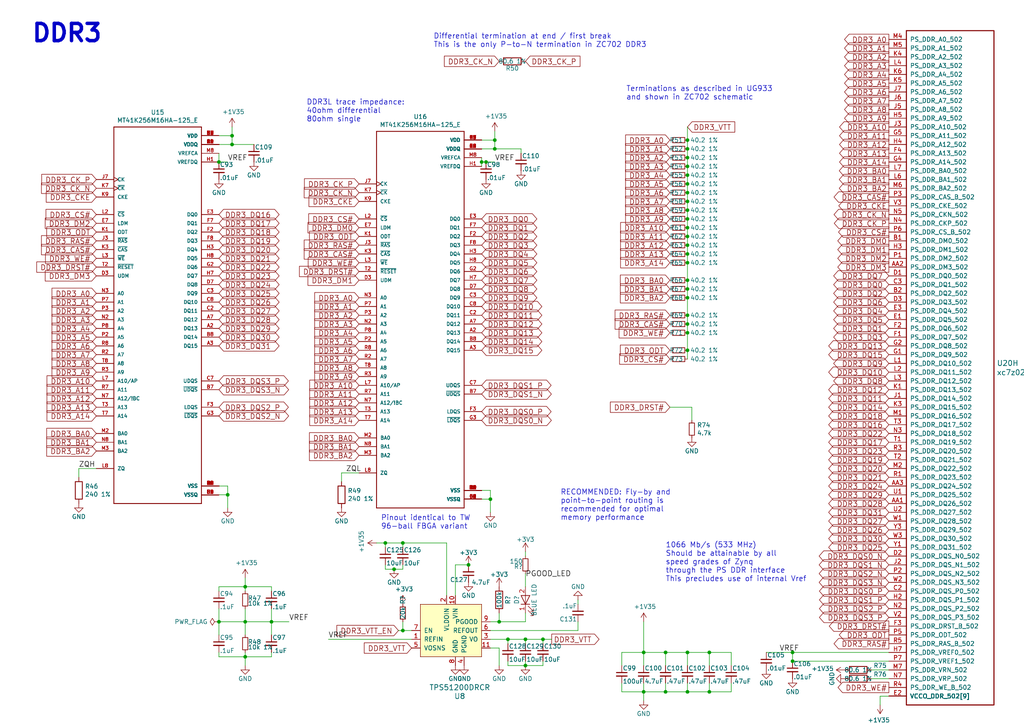
<source format=kicad_sch>
(kicad_sch (version 20230121) (generator eeschema)
  (paper "A4")
  (junction (at 78.74 180.34))
  (junction (at 67.31 39.37))
  (junction (at 199.39 86.36))
  (junction (at 199.39 93.98))
  (junction (at 229.87 189.23))
  (junction (at 199.39 189.23))
  (junction (at 199.39 55.88))
  (junction (at 199.39 48.26))
  (junction (at 199.39 96.52))
  (junction (at 71.12 170.18))
  (junction (at 114.3 165.1))
  (junction (at 199.39 68.58))
  (junction (at 152.4 185.42))
  (junction (at 193.04 200.66))
  (junction (at 199.39 58.42))
  (junction (at 67.31 41.91))
  (junction (at 205.74 189.23))
  (junction (at 116.84 157.48))
  (junction (at 193.04 189.23))
  (junction (at 144.78 180.34))
  (junction (at 199.39 71.12))
  (junction (at 205.74 200.66))
  (junction (at 139.7 46.99))
  (junction (at 66.04 143.51))
  (junction (at 199.39 200.66))
  (junction (at 111.76 157.48))
  (junction (at 199.39 43.18))
  (junction (at 143.51 40.64))
  (junction (at 199.39 101.6))
  (junction (at 199.39 76.2))
  (junction (at 143.51 43.18))
  (junction (at 135.89 163.83))
  (junction (at 229.87 191.77))
  (junction (at 199.39 60.96))
  (junction (at 199.39 63.5))
  (junction (at 147.32 185.42))
  (junction (at 63.5 180.34))
  (junction (at 71.12 190.5))
  (junction (at 199.39 83.82))
  (junction (at 142.24 144.78))
  (junction (at 116.84 182.88))
  (junction (at 152.4 193.04))
  (junction (at 199.39 81.28))
  (junction (at 199.39 40.64))
  (junction (at 199.39 66.04))
  (junction (at 157.48 185.42))
  (junction (at 199.39 50.8))
  (junction (at 199.39 53.34))
  (junction (at 199.39 91.44))
  (junction (at 140.97 46.99))
  (junction (at 199.39 73.66))
  (junction (at 186.69 200.66))
  (junction (at 63.5 46.99))
  (junction (at 199.39 45.72))
  (junction (at 71.12 180.34))
  (junction (at 186.69 189.23))
  (wire (pts (xy 119.38 182.88) (xy 116.84 182.88)))
  (wire (pts (xy 142.24 187.96) (xy 144.78 187.96)))
  (wire (pts (xy 63.5 171.45) (xy 63.5 170.18)))
  (wire (pts (xy 157.48 193.04) (xy 157.48 191.77)))
  (wire (pts (xy 63.5 44.45) (xy 63.5 46.99)))
  (wire (pts (xy 111.76 165.1) (xy 114.3 165.1)))
  (wire (pts (xy 199.39 200.66) (xy 205.74 200.66)))
  (wire (pts (xy 252.73 196.85) (xy 257.81 196.85)))
  (wire (pts (xy 63.5 176.53) (xy 63.5 180.34)))
  (wire (pts (xy 63.5 180.34) (xy 63.5 184.15)))
  (wire (pts (xy 199.39 76.2) (xy 199.39 73.66)))
  (wire (pts (xy 200.66 118.11) (xy 200.66 121.92)))
  (wire (pts (xy 199.39 96.52) (xy 199.39 101.6)))
  (wire (pts (xy 152.4 193.04) (xy 157.48 193.04)))
  (wire (pts (xy 180.34 193.04) (xy 180.34 189.23)))
  (wire (pts (xy 205.74 189.23) (xy 205.74 193.04)))
  (wire (pts (xy 205.74 200.66) (xy 212.09 200.66)))
  (wire (pts (xy 111.76 157.48) (xy 116.84 157.48)))
  (wire (pts (xy 157.48 186.69) (xy 157.48 185.42)))
  (wire (pts (xy 147.32 185.42) (xy 152.4 185.42)))
  (wire (pts (xy 63.5 41.91) (xy 67.31 41.91)))
  (wire (pts (xy 229.87 189.23) (xy 257.81 189.23)))
  (wire (pts (xy 67.31 39.37) (xy 63.5 39.37)))
  (wire (pts (xy 111.76 163.83) (xy 111.76 165.1)))
  (wire (pts (xy 22.86 135.89) (xy 22.86 138.43)))
  (wire (pts (xy 71.12 180.34) (xy 71.12 184.15)))
  (wire (pts (xy 71.12 176.53) (xy 71.12 180.34)))
  (wire (pts (xy 109.22 157.48) (xy 111.76 157.48)))
  (wire (pts (xy 139.7 45.72) (xy 139.7 46.99)))
  (wire (pts (xy 199.39 198.12) (xy 199.39 200.66)))
  (wire (pts (xy 199.39 81.28) (xy 199.39 76.2)))
  (wire (pts (xy 142.24 144.78) (xy 142.24 148.59)))
  (wire (pts (xy 132.08 163.83) (xy 132.08 172.72)))
  (wire (pts (xy 186.69 200.66) (xy 193.04 200.66)))
  (wire (pts (xy 212.09 189.23) (xy 212.09 193.04)))
  (wire (pts (xy 193.04 198.12) (xy 193.04 200.66)))
  (wire (pts (xy 193.04 189.23) (xy 193.04 193.04)))
  (wire (pts (xy 152.4 161.29) (xy 152.4 160.02)))
  (wire (pts (xy 199.39 189.23) (xy 199.39 193.04)))
  (wire (pts (xy 135.89 163.83) (xy 132.08 163.83)))
  (wire (pts (xy 142.24 180.34) (xy 144.78 180.34)))
  (wire (pts (xy 63.5 46.99) (xy 66.04 46.99)))
  (wire (pts (xy 139.7 43.18) (xy 143.51 43.18)))
  (wire (pts (xy 63.5 190.5) (xy 71.12 190.5)))
  (wire (pts (xy 144.78 180.34) (xy 144.78 177.8)))
  (wire (pts (xy 186.69 180.34) (xy 186.69 189.23)))
  (wire (pts (xy 180.34 200.66) (xy 186.69 200.66)))
  (wire (pts (xy 63.5 189.23) (xy 63.5 190.5)))
  (wire (pts (xy 71.12 167.64) (xy 71.12 170.18)))
  (wire (pts (xy 71.12 190.5) (xy 71.12 193.04)))
  (wire (pts (xy 140.97 46.99) (xy 143.51 46.99)))
  (wire (pts (xy 199.39 63.5) (xy 199.39 60.96)))
  (wire (pts (xy 116.84 157.48) (xy 129.54 157.48)))
  (wire (pts (xy 199.39 189.23) (xy 205.74 189.23)))
  (wire (pts (xy 151.13 43.18) (xy 151.13 44.45)))
  (wire (pts (xy 116.84 180.34) (xy 116.84 182.88)))
  (wire (pts (xy 257.81 194.31) (xy 252.73 194.31)))
  (wire (pts (xy 147.32 191.77) (xy 147.32 193.04)))
  (wire (pts (xy 167.64 180.34) (xy 167.64 182.88)))
  (wire (pts (xy 152.4 180.34) (xy 144.78 180.34)))
  (wire (pts (xy 142.24 182.88) (xy 167.64 182.88)))
  (wire (pts (xy 63.5 143.51) (xy 66.04 143.51)))
  (wire (pts (xy 199.39 55.88) (xy 199.39 53.34)))
  (wire (pts (xy 66.04 143.51) (xy 66.04 147.32)))
  (wire (pts (xy 186.69 189.23) (xy 193.04 189.23)))
  (wire (pts (xy 114.3 165.1) (xy 116.84 165.1)))
  (wire (pts (xy 199.39 71.12) (xy 199.39 68.58)))
  (wire (pts (xy 157.48 185.42) (xy 160.02 185.42)))
  (wire (pts (xy 139.7 46.99) (xy 140.97 46.99)))
  (wire (pts (xy 199.39 101.6) (xy 199.39 104.14)))
  (wire (pts (xy 73.66 41.91) (xy 67.31 41.91)))
  (wire (pts (xy 143.51 40.64) (xy 139.7 40.64)))
  (wire (pts (xy 152.4 166.37) (xy 152.4 170.18)))
  (wire (pts (xy 129.54 157.48) (xy 129.54 172.72)))
  (wire (pts (xy 78.74 190.5) (xy 78.74 189.23)))
  (wire (pts (xy 186.69 198.12) (xy 186.69 200.66)))
  (wire (pts (xy 116.84 165.1) (xy 116.84 163.83)))
  (wire (pts (xy 199.39 86.36) (xy 199.39 91.44)))
  (wire (pts (xy 111.76 158.75) (xy 111.76 157.48)))
  (wire (pts (xy 152.4 177.8) (xy 152.4 180.34)))
  (wire (pts (xy 116.84 182.88) (xy 115.57 182.88)))
  (wire (pts (xy 257.81 201.93) (xy 255.27 201.93)))
  (wire (pts (xy 167.64 173.99) (xy 167.64 175.26)))
  (wire (pts (xy 143.51 43.18) (xy 143.51 40.64)))
  (wire (pts (xy 199.39 91.44) (xy 199.39 93.98)))
  (wire (pts (xy 152.4 191.77) (xy 152.4 193.04)))
  (wire (pts (xy 212.09 200.66) (xy 212.09 198.12)))
  (wire (pts (xy 142.24 185.42) (xy 147.32 185.42)))
  (wire (pts (xy 186.69 189.23) (xy 186.69 193.04)))
  (wire (pts (xy 205.74 189.23) (xy 212.09 189.23)))
  (wire (pts (xy 199.39 60.96) (xy 199.39 58.42)))
  (wire (pts (xy 199.39 73.66) (xy 199.39 71.12)))
  (wire (pts (xy 67.31 36.83) (xy 67.31 39.37)))
  (wire (pts (xy 255.27 201.93) (xy 255.27 204.47)))
  (wire (pts (xy 199.39 43.18) (xy 199.39 40.64)))
  (wire (pts (xy 199.39 93.98) (xy 199.39 96.52)))
  (wire (pts (xy 71.12 170.18) (xy 78.74 170.18)))
  (wire (pts (xy 78.74 176.53) (xy 78.74 180.34)))
  (wire (pts (xy 71.12 170.18) (xy 71.12 171.45)))
  (wire (pts (xy 193.04 200.66) (xy 199.39 200.66)))
  (wire (pts (xy 144.78 187.96) (xy 144.78 193.04)))
  (wire (pts (xy 71.12 190.5) (xy 78.74 190.5)))
  (wire (pts (xy 229.87 189.23) (xy 222.25 189.23)))
  (wire (pts (xy 27.94 135.89) (xy 22.86 135.89)))
  (wire (pts (xy 147.32 186.69) (xy 147.32 185.42)))
  (wire (pts (xy 180.34 198.12) (xy 180.34 200.66)))
  (wire (pts (xy 199.39 58.42) (xy 199.39 55.88)))
  (wire (pts (xy 99.06 137.16) (xy 99.06 139.7)))
  (wire (pts (xy 104.14 137.16) (xy 99.06 137.16)))
  (wire (pts (xy 205.74 198.12) (xy 205.74 200.66)))
  (wire (pts (xy 152.4 185.42) (xy 157.48 185.42)))
  (wire (pts (xy 95.25 185.42) (xy 119.38 185.42)))
  (wire (pts (xy 180.34 189.23) (xy 186.69 189.23)))
  (wire (pts (xy 63.5 140.97) (xy 66.04 140.97)))
  (wire (pts (xy 116.84 158.75) (xy 116.84 157.48)))
  (wire (pts (xy 147.32 193.04) (xy 152.4 193.04)))
  (wire (pts (xy 143.51 38.1) (xy 143.51 40.64)))
  (wire (pts (xy 71.12 189.23) (xy 71.12 190.5)))
  (wire (pts (xy 67.31 41.91) (xy 67.31 39.37)))
  (wire (pts (xy 66.04 140.97) (xy 66.04 143.51)))
  (wire (pts (xy 78.74 180.34) (xy 71.12 180.34)))
  (wire (pts (xy 78.74 170.18) (xy 78.74 171.45)))
  (wire (pts (xy 71.12 180.34) (xy 63.5 180.34)))
  (wire (pts (xy 139.7 48.26) (xy 139.7 46.99)))
  (wire (pts (xy 142.24 142.24) (xy 142.24 144.78)))
  (wire (pts (xy 199.39 86.36) (xy 199.39 83.82)))
  (wire (pts (xy 229.87 189.23) (xy 229.87 191.77)))
  (wire (pts (xy 139.7 144.78) (xy 142.24 144.78)))
  (wire (pts (xy 143.51 43.18) (xy 151.13 43.18)))
  (wire (pts (xy 199.39 45.72) (xy 199.39 43.18)))
  (wire (pts (xy 194.31 118.11) (xy 200.66 118.11)))
  (wire (pts (xy 193.04 189.23) (xy 199.39 189.23)))
  (wire (pts (xy 199.39 53.34) (xy 199.39 50.8)))
  (wire (pts (xy 199.39 50.8) (xy 199.39 48.26)))
  (wire (pts (xy 186.69 200.66) (xy 186.69 203.2)))
  (wire (pts (xy 199.39 36.83) (xy 199.39 40.64)))
  (wire (pts (xy 199.39 48.26) (xy 199.39 45.72)))
  (wire (pts (xy 229.87 191.77) (xy 257.81 191.77)))
  (wire (pts (xy 199.39 68.58) (xy 199.39 66.04)))
  (wire (pts (xy 199.39 83.82) (xy 199.39 81.28)))
  (wire (pts (xy 63.5 170.18) (xy 71.12 170.18)))
  (wire (pts (xy 152.4 186.69) (xy 152.4 185.42)))
  (wire (pts (xy 139.7 142.24) (xy 142.24 142.24)))
  (wire (pts (xy 78.74 180.34) (xy 78.74 184.15)))
  (wire (pts (xy 83.82 180.34) (xy 78.74 180.34)))
  (wire (pts (xy 199.39 66.04) (xy 199.39 63.5)))
  (text "RECOMMENDED: Fly-by and \npoint-to-point routing is\nrecommended for optimal \nmemory performance" (at 162.56 151.13 0) (effects (font (size 1.524 1.524)) (justify left bottom)))
  (text "1066 Mb/s (533 MHz)\nShould be attainable by all \nspeed grades of Zynq\nthrough the PS DDR interface\nThis precludes use of internal Vref" (at 193.04 168.91 0) (effects (font (size 1.524 1.524)) (justify left bottom)))
  (text "Pinout identical to TW \n96-ball FBGA variant\n" (at 110.49 153.67 0) (effects (font (size 1.524 1.524)) (justify left bottom)))
  (text "Terminations as described in UG933\nand shown in ZC702 schematic" (at 181.61 29.21 0) (effects (font (size 1.524 1.524)) (justify left bottom)))
  (text "DDR3" (at 8.89 12.7 0) (effects (font (size 5.0038 5.0038) (thickness 1.0008) bold) (justify left bottom)))
  (text "DDR3L trace impedance:\n40ohm differential\n80ohm single" (at 88.9 35.56 0) (effects (font (size 1.524 1.524)) (justify left bottom)))
  (text "Differential termination at end / first break\nThis is the only P-to-N termination in ZC702 DDR3" (at 125.73 13.97 0) (effects (font (size 1.524 1.524)) (justify left bottom)))
  (label "VREF" (at 226.06 189.23 0) (effects (font (size 1.524 1.524))))
  (label "ZQL" (at 100.33 137.16 0) (effects (font (size 1.4986 1.4986))))
  (label "ZQH" (at 22.86 135.89 0) (effects (font (size 1.4986 1.4986))))
  (label "VREF" (at 95.25 185.42 0) (effects (font (size 1.524 1.524))))
  (label "VREF" (at 66.04 46.99 0) (effects (font (size 1.524 1.524))))
  (label "VREF" (at 83.82 180.34 0) (effects (font (size 1.524 1.524))))
  (label "VREF" (at 143.51 46.99 0) (effects (font (size 1.524 1.524))))
  (label "PGOOD_LED" (at 152.4 167.64 0) (effects (font (size 1.524 1.524))))
  (global_label "DDR3_CS#" (shape input) (at 194.31 104.14 180) (effects (font (size 1.524 1.524))) (property "Intersheetrefs" "${INTERSHEET_REFS}" (effects hide)))
  (global_label "DDR3_CK_P" (shape input) (at 152.4 17.78 0) (effects (font (size 1.524 1.524))) (property "Intersheetrefs" "${INTERSHEET_REFS}" (effects hide)))
  (global_label "DDR3_A4" (shape input) (at 194.31 50.8 180) (effects (font (size 1.524 1.524))) (property "Intersheetrefs" "${INTERSHEET_REFS}" (effects hide)))
  (global_label "DDR3_DQ3" (shape bidirectional) (at 257.81 97.79 180) (effects (font (size 1.524 1.524))) (property "Intersheetrefs" "${INTERSHEET_REFS}" (effects hide)))
  (global_label "DDR3_WE#" (shape output) (at 257.81 199.39 180) (effects (font (size 1.524 1.524))) (property "Intersheetrefs" "${INTERSHEET_REFS}" (effects hide)))
  (global_label "DDR3_DQS1_N" (shape bidirectional) (at 257.81 163.83 180) (effects (font (size 1.524 1.524))) (property "Intersheetrefs" "${INTERSHEET_REFS}" (effects hide)))
  (global_label "DDR3_A12" (shape output) (at 257.81 41.91 180) (effects (font (size 1.524 1.524))) (property "Intersheetrefs" "${INTERSHEET_REFS}" (effects hide)))
  (global_label "DDR3_DM0" (shape output) (at 257.81 69.85 180) (effects (font (size 1.524 1.524))) (property "Intersheetrefs" "${INTERSHEET_REFS}" (effects hide)))
  (global_label "DDR3_DQ23" (shape bidirectional) (at 63.5 80.01 0) (effects (font (size 1.524 1.524))) (property "Intersheetrefs" "${INTERSHEET_REFS}" (effects hide)))
  (global_label "DDR3_CS#" (shape output) (at 257.81 67.31 180) (effects (font (size 1.524 1.524))) (property "Intersheetrefs" "${INTERSHEET_REFS}" (effects hide)))
  (global_label "DDR3_DQ6" (shape bidirectional) (at 257.81 87.63 180) (effects (font (size 1.524 1.524))) (property "Intersheetrefs" "${INTERSHEET_REFS}" (effects hide)))
  (global_label "DDR3_A5" (shape input) (at 104.14 99.06 180) (effects (font (size 1.524 1.524))) (property "Intersheetrefs" "${INTERSHEET_REFS}" (effects hide)))
  (global_label "DDR3_A1" (shape output) (at 257.81 13.97 180) (effects (font (size 1.524 1.524))) (property "Intersheetrefs" "${INTERSHEET_REFS}" (effects hide)))
  (global_label "DDR3_DQ16" (shape bidirectional) (at 257.81 123.19 180) (effects (font (size 1.524 1.524))) (property "Intersheetrefs" "${INTERSHEET_REFS}" (effects hide)))
  (global_label "DDR3_DQ1" (shape bidirectional) (at 139.7 66.04 0) (effects (font (size 1.524 1.524))) (property "Intersheetrefs" "${INTERSHEET_REFS}" (effects hide)))
  (global_label "DDR3_DQ14" (shape bidirectional) (at 257.81 118.11 180) (effects (font (size 1.524 1.524))) (property "Intersheetrefs" "${INTERSHEET_REFS}" (effects hide)))
  (global_label "DDR3_DQ13" (shape bidirectional) (at 139.7 96.52 0) (effects (font (size 1.524 1.524))) (property "Intersheetrefs" "${INTERSHEET_REFS}" (effects hide)))
  (global_label "DDR3_A10" (shape input) (at 27.94 110.49 180) (effects (font (size 1.524 1.524))) (property "Intersheetrefs" "${INTERSHEET_REFS}" (effects hide)))
  (global_label "DDR3_WE#" (shape input) (at 27.94 74.93 180) (effects (font (size 1.524 1.524))) (property "Intersheetrefs" "${INTERSHEET_REFS}" (effects hide)))
  (global_label "DDR3_DQ11" (shape bidirectional) (at 257.81 115.57 180) (effects (font (size 1.524 1.524))) (property "Intersheetrefs" "${INTERSHEET_REFS}" (effects hide)))
  (global_label "DDR3_DQ7" (shape bidirectional) (at 139.7 81.28 0) (effects (font (size 1.524 1.524))) (property "Intersheetrefs" "${INTERSHEET_REFS}" (effects hide)))
  (global_label "DDR3_A4" (shape output) (at 257.81 21.59 180) (effects (font (size 1.524 1.524))) (property "Intersheetrefs" "${INTERSHEET_REFS}" (effects hide)))
  (global_label "DDR3_DM3" (shape output) (at 257.81 77.47 180) (effects (font (size 1.524 1.524))) (property "Intersheetrefs" "${INTERSHEET_REFS}" (effects hide)))
  (global_label "DDR3_DQ25" (shape bidirectional) (at 257.81 158.75 180) (effects (font (size 1.524 1.524))) (property "Intersheetrefs" "${INTERSHEET_REFS}" (effects hide)))
  (global_label "DDR3_A9" (shape input) (at 104.14 109.22 180) (effects (font (size 1.524 1.524))) (property "Intersheetrefs" "${INTERSHEET_REFS}" (effects hide)))
  (global_label "DDR3_ODT" (shape input) (at 194.31 101.6 180) (effects (font (size 1.524 1.524))) (property "Intersheetrefs" "${INTERSHEET_REFS}" (effects hide)))
  (global_label "DDR3_DM0" (shape input) (at 104.14 66.04 180) (effects (font (size 1.524 1.524))) (property "Intersheetrefs" "${INTERSHEET_REFS}" (effects hide)))
  (global_label "DDR3_A9" (shape output) (at 257.81 34.29 180) (effects (font (size 1.524 1.524))) (property "Intersheetrefs" "${INTERSHEET_REFS}" (effects hide)))
  (global_label "DDR3_A11" (shape input) (at 194.31 68.58 180) (effects (font (size 1.524 1.524))) (property "Intersheetrefs" "${INTERSHEET_REFS}" (effects hide)))
  (global_label "DDR3_DQ16" (shape bidirectional) (at 63.5 62.23 0) (effects (font (size 1.524 1.524))) (property "Intersheetrefs" "${INTERSHEET_REFS}" (effects hide)))
  (global_label "DDR3_BA1" (shape input) (at 27.94 128.27 180) (effects (font (size 1.524 1.524))) (property "Intersheetrefs" "${INTERSHEET_REFS}" (effects hide)))
  (global_label "DDR3_DQ29" (shape bidirectional) (at 257.81 143.51 180) (effects (font (size 1.524 1.524))) (property "Intersheetrefs" "${INTERSHEET_REFS}" (effects hide)))
  (global_label "DDR3_DQS1_N" (shape bidirectional) (at 139.7 114.3 0) (effects (font (size 1.524 1.524))) (property "Intersheetrefs" "${INTERSHEET_REFS}" (effects hide)))
  (global_label "DDR3_DQ2" (shape bidirectional) (at 257.81 85.09 180) (effects (font (size 1.524 1.524))) (property "Intersheetrefs" "${INTERSHEET_REFS}" (effects hide)))
  (global_label "DDR3_A12" (shape input) (at 27.94 115.57 180) (effects (font (size 1.524 1.524))) (property "Intersheetrefs" "${INTERSHEET_REFS}" (effects hide)))
  (global_label "DDR3_A5" (shape output) (at 257.81 24.13 180) (effects (font (size 1.524 1.524))) (property "Intersheetrefs" "${INTERSHEET_REFS}" (effects hide)))
  (global_label "DDR3_ODT" (shape input) (at 27.94 67.31 180) (effects (font (size 1.524 1.524))) (property "Intersheetrefs" "${INTERSHEET_REFS}" (effects hide)))
  (global_label "DDR3_DQ24" (shape bidirectional) (at 63.5 82.55 0) (effects (font (size 1.524 1.524))) (property "Intersheetrefs" "${INTERSHEET_REFS}" (effects hide)))
  (global_label "DDR3_DQ31" (shape bidirectional) (at 63.5 100.33 0) (effects (font (size 1.524 1.524))) (property "Intersheetrefs" "${INTERSHEET_REFS}" (effects hide)))
  (global_label "DDR3_A1" (shape input) (at 104.14 88.9 180) (effects (font (size 1.524 1.524))) (property "Intersheetrefs" "${INTERSHEET_REFS}" (effects hide)))
  (global_label "DDR3_ODT" (shape input) (at 104.14 68.58 180) (effects (font (size 1.524 1.524))) (property "Intersheetrefs" "${INTERSHEET_REFS}" (effects hide)))
  (global_label "DDR3_A6" (shape input) (at 27.94 100.33 180) (effects (font (size 1.524 1.524))) (property "Intersheetrefs" "${INTERSHEET_REFS}" (effects hide)))
  (global_label "DDR3_DQ19" (shape bidirectional) (at 257.81 133.35 180) (effects (font (size 1.524 1.524))) (property "Intersheetrefs" "${INTERSHEET_REFS}" (effects hide)))
  (global_label "DDR3_DQ21" (shape bidirectional) (at 257.81 138.43 180) (effects (font (size 1.524 1.524))) (property "Intersheetrefs" "${INTERSHEET_REFS}" (effects hide)))
  (global_label "DDR3_A6" (shape input) (at 194.31 55.88 180) (effects (font (size 1.524 1.524))) (property "Intersheetrefs" "${INTERSHEET_REFS}" (effects hide)))
  (global_label "DDR3_DQS1_P" (shape bidirectional) (at 257.81 173.99 180) (effects (font (size 1.524 1.524))) (property "Intersheetrefs" "${INTERSHEET_REFS}" (effects hide)))
  (global_label "DDR3_A13" (shape input) (at 194.31 73.66 180) (effects (font (size 1.524 1.524))) (property "Intersheetrefs" "${INTERSHEET_REFS}" (effects hide)))
  (global_label "DDR3_DQS2_N" (shape bidirectional) (at 63.5 120.65 0) (effects (font (size 1.524 1.524))) (property "Intersheetrefs" "${INTERSHEET_REFS}" (effects hide)))
  (global_label "DDR3_DM3" (shape input) (at 27.94 80.01 180) (effects (font (size 1.524 1.524))) (property "Intersheetrefs" "${INTERSHEET_REFS}" (effects hide)))
  (global_label "DDR3_DQ30" (shape bidirectional) (at 63.5 97.79 0) (effects (font (size 1.524 1.524))) (property "Intersheetrefs" "${INTERSHEET_REFS}" (effects hide)))
  (global_label "DDR3_RAS#" (shape input) (at 27.94 69.85 180) (effects (font (size 1.524 1.524))) (property "Intersheetrefs" "${INTERSHEET_REFS}" (effects hide)))
  (global_label "DDR3_A1" (shape input) (at 27.94 87.63 180) (effects (font (size 1.524 1.524))) (property "Intersheetrefs" "${INTERSHEET_REFS}" (effects hide)))
  (global_label "DDR3_DQS1_P" (shape bidirectional) (at 139.7 111.76 0) (effects (font (size 1.524 1.524))) (property "Intersheetrefs" "${INTERSHEET_REFS}" (effects hide)))
  (global_label "DDR3_CK_P" (shape output) (at 257.81 64.77 180) (effects (font (size 1.524 1.524))) (property "Intersheetrefs" "${INTERSHEET_REFS}" (effects hide)))
  (global_label "DDR3_A14" (shape input) (at 104.14 121.92 180) (effects (font (size 1.524 1.524))) (property "Intersheetrefs" "${INTERSHEET_REFS}" (effects hide)))
  (global_label "DDR3_DQ21" (shape bidirectional) (at 63.5 74.93 0) (effects (font (size 1.524 1.524))) (property "Intersheetrefs" "${INTERSHEET_REFS}" (effects hide)))
  (global_label "DDR3_A3" (shape input) (at 27.94 92.71 180) (effects (font (size 1.524 1.524))) (property "Intersheetrefs" "${INTERSHEET_REFS}" (effects hide)))
  (global_label "DDR3_CAS#" (shape input) (at 194.31 93.98 180) (effects (font (size 1.524 1.524))) (property "Intersheetrefs" "${INTERSHEET_REFS}" (effects hide)))
  (global_label "DDR3_DQS0_N" (shape bidirectional) (at 139.7 121.92 0) (effects (font (size 1.524 1.524))) (property "Intersheetrefs" "${INTERSHEET_REFS}" (effects hide)))
  (global_label "DDR3_BA0" (shape output) (at 257.81 49.53 180) (effects (font (size 1.524 1.524))) (property "Intersheetrefs" "${INTERSHEET_REFS}" (effects hide)))
  (global_label "DDR3_ODT" (shape output) (at 257.81 184.15 180) (effects (font (size 1.524 1.524))) (property "Intersheetrefs" "${INTERSHEET_REFS}" (effects hide)))
  (global_label "DDR3_DQ20" (shape bidirectional) (at 257.81 135.89 180) (effects (font (size 1.524 1.524))) (property "Intersheetrefs" "${INTERSHEET_REFS}" (effects hide)))
  (global_label "DDR3_CS#" (shape input) (at 104.14 63.5 180) (effects (font (size 1.524 1.524))) (property "Intersheetrefs" "${INTERSHEET_REFS}" (effects hide)))
  (global_label "DDR3_A0" (shape input) (at 194.31 40.64 180) (effects (font (size 1.524 1.524))) (property "Intersheetrefs" "${INTERSHEET_REFS}" (effects hide)))
  (global_label "DDR3_DQ10" (shape bidirectional) (at 257.81 107.95 180) (effects (font (size 1.524 1.524))) (property "Intersheetrefs" "${INTERSHEET_REFS}" (effects hide)))
  (global_label "DDR3_DRST#" (shape input) (at 104.14 78.74 180) (effects (font (size 1.524 1.524))) (property "Intersheetrefs" "${INTERSHEET_REFS}" (effects hide)))
  (global_label "DDR3_A8" (shape input) (at 104.14 106.68 180) (effects (font (size 1.524 1.524))) (property "Intersheetrefs" "${INTERSHEET_REFS}" (effects hide)))
  (global_label "DDR3_DQ15" (shape bidirectional) (at 257.81 102.87 180) (effects (font (size 1.524 1.524))) (property "Intersheetrefs" "${INTERSHEET_REFS}" (effects hide)))
  (global_label "DDR3_DQ9" (shape bidirectional) (at 139.7 86.36 0) (effects (font (size 1.524 1.524))) (property "Intersheetrefs" "${INTERSHEET_REFS}" (effects hide)))
  (global_label "DDR3_DQ24" (shape bidirectional) (at 257.81 140.97 180) (effects (font (size 1.524 1.524))) (property "Intersheetrefs" "${INTERSHEET_REFS}" (effects hide)))
  (global_label "DDR3_A0" (shape input) (at 27.94 85.09 180) (effects (font (size 1.524 1.524))) (property "Intersheetrefs" "${INTERSHEET_REFS}" (effects hide)))
  (global_label "DDR3_DQS2_P" (shape bidirectional) (at 257.81 176.53 180) (effects (font (size 1.524 1.524))) (property "Intersheetrefs" "${INTERSHEET_REFS}" (effects hide)))
  (global_label "DDR3_DQ28" (shape bidirectional) (at 63.5 92.71 0) (effects (font (size 1.524 1.524))) (property "Intersheetrefs" "${INTERSHEET_REFS}" (effects hide)))
  (global_label "DDR3_A3" (shape input) (at 194.31 48.26 180) (effects (font (size 1.524 1.524))) (property "Intersheetrefs" "${INTERSHEET_REFS}" (effects hide)))
  (global_label "DDR3_A5" (shape input) (at 194.31 53.34 180) (effects (font (size 1.524 1.524))) (property "Intersheetrefs" "${INTERSHEET_REFS}" (effects hide)))
  (global_label "DDR3_A2" (shape output) (at 257.81 16.51 180) (effects (font (size 1.524 1.524))) (property "Intersheetrefs" "${INTERSHEET_REFS}" (effects hide)))
  (global_label "DDR3_WE#" (shape input) (at 194.31 96.52 180) (effects (font (size 1.524 1.524))) (property "Intersheetrefs" "${INTERSHEET_REFS}" (effects hide)))
  (global_label "DDR3_A14" (shape input) (at 194.31 76.2 180) (effects (font (size 1.524 1.524))) (property "Intersheetrefs" "${INTERSHEET_REFS}" (effects hide)))
  (global_label "DDR3_DQ25" (shape bidirectional) (at 63.5 85.09 0) (effects (font (size 1.524 1.524))) (property "Intersheetrefs" "${INTERSHEET_REFS}" (effects hide)))
  (global_label "DDR3_DRST#" (shape output) (at 257.81 181.61 180) (effects (font (size 1.524 1.524))) (property "Intersheetrefs" "${INTERSHEET_REFS}" (effects hide)))
  (global_label "DDR3_A6" (shape output) (at 257.81 26.67 180) (effects (font (size 1.524 1.524))) (property "Intersheetrefs" "${INTERSHEET_REFS}" (effects hide)))
  (global_label "DDR3_A12" (shape input) (at 104.14 116.84 180) (effects (font (size 1.524 1.524))) (property "Intersheetrefs" "${INTERSHEET_REFS}" (effects hide)))
  (global_label "DDR3_A6" (shape input) (at 104.14 101.6 180) (effects (font (size 1.524 1.524))) (property "Intersheetrefs" "${INTERSHEET_REFS}" (effects hide)))
  (global_label "DDR3_DQ0" (shape bidirectional) (at 139.7 63.5 0) (effects (font (size 1.524 1.524))) (property "Intersheetrefs" "${INTERSHEET_REFS}" (effects hide)))
  (global_label "DDR3_DQ8" (shape bidirectional) (at 139.7 83.82 0) (effects (font (size 1.524 1.524))) (property "Intersheetrefs" "${INTERSHEET_REFS}" (effects hide)))
  (global_label "DDR3_A7" (shape input) (at 104.14 104.14 180) (effects (font (size 1.524 1.524))) (property "Intersheetrefs" "${INTERSHEET_REFS}" (effects hide)))
  (global_label "DDR3_DQ4" (shape bidirectional) (at 139.7 73.66 0) (effects (font (size 1.524 1.524))) (property "Intersheetrefs" "${INTERSHEET_REFS}" (effects hide)))
  (global_label "DDR3_DQS0_P" (shape bidirectional) (at 139.7 119.38 0) (effects (font (size 1.524 1.524))) (property "Intersheetrefs" "${INTERSHEET_REFS}" (effects hide)))
  (global_label "DDR3_A11" (shape input) (at 104.14 114.3 180) (effects (font (size 1.524 1.524))) (property "Intersheetrefs" "${INTERSHEET_REFS}" (effects hide)))
  (global_label "DDR3_A10" (shape input) (at 194.31 66.04 180) (effects (font (size 1.524 1.524))) (property "Intersheetrefs" "${INTERSHEET_REFS}" (effects hide)))
  (global_label "DDR3_A0" (shape input) (at 104.14 86.36 180) (effects (font (size 1.524 1.524))) (property "Intersheetrefs" "${INTERSHEET_REFS}" (effects hide)))
  (global_label "DDR3_A8" (shape input) (at 194.31 60.96 180) (effects (font (size 1.524 1.524))) (property "Intersheetrefs" "${INTERSHEET_REFS}" (effects hide)))
  (global_label "DDR3_A10" (shape output) (at 257.81 36.83 180) (effects (font (size 1.524 1.524))) (property "Intersheetrefs" "${INTERSHEET_REFS}" (effects hide)))
  (global_label "DDR3_CAS#" (shape input) (at 27.94 72.39 180) (effects (font (size 1.524 1.524))) (property "Intersheetrefs" "${INTERSHEET_REFS}" (effects hide)))
  (global_label "DDR3_DQS2_N" (shape bidirectional) (at 257.81 166.37 180) (effects (font (size 1.524 1.524))) (property "Intersheetrefs" "${INTERSHEET_REFS}" (effects hide)))
  (global_label "DDR3_A2" (shape input) (at 27.94 90.17 180) (effects (font (size 1.524 1.524))) (property "Intersheetrefs" "${INTERSHEET_REFS}" (effects hide)))
  (global_label "DDR3_DQS2_P" (shape bidirectional) (at 63.5 118.11 0) (effects (font (size 1.524 1.524))) (property "Intersheetrefs" "${INTERSHEET_REFS}" (effects hide)))
  (global_label "DDR3_DQS3_N" (shape bidirectional) (at 257.81 168.91 180) (effects (font (size 1.524 1.524))) (property "Intersheetrefs" "${INTERSHEET_REFS}" (effects hide)))
  (global_label "DDR3_DQ31" (shape bidirectional) (at 257.81 148.59 180) (effects (font (size 1.524 1.524))) (property "Intersheetrefs" "${INTERSHEET_REFS}" (effects hide)))
  (global_label "DDR3_DQ11" (shape bidirectional) (at 139.7 91.44 0) (effects (font (size 1.524 1.524))) (property "Intersheetrefs" "${INTERSHEET_REFS}" (effects hide)))
  (global_label "DDR3_A4" (shape input) (at 27.94 95.25 180) (effects (font (size 1.524 1.524))) (property "Intersheetrefs" "${INTERSHEET_REFS}" (effects hide)))
  (global_label "DDR3_DQ30" (shape bidirectional) (at 257.81 156.21 180) (effects (font (size 1.524 1.524))) (property "Intersheetrefs" "${INTERSHEET_REFS}" (effects hide)))
  (global_label "DDR3_RAS#" (shape input) (at 194.31 91.44 180) (effects (font (size 1.524 1.524))) (property "Intersheetrefs" "${INTERSHEET_REFS}" (effects hide)))
  (global_label "DDR3_DQS3_N" (shape bidirectional) (at 63.5 113.03 0) (effects (font (size 1.524 1.524))) (property "Intersheetrefs" "${INTERSHEET_REFS}" (effects hide)))
  (global_label "DDR3_DQ0" (shape bidirectional) (at 257.81 82.55 180) (effects (font (size 1.524 1.524))) (property "Intersheetrefs" "${INTERSHEET_REFS}" (effects hide)))
  (global_label "DDR3_CK_N" (shape input) (at 144.78 17.78 180) (effects (font (size 1.524 1.524))) (property "Intersheetrefs" "${INTERSHEET_REFS}" (effects hide)))
  (global_label "DDR3_CK_N" (shape output) (at 257.81 62.23 180) (effects (font (size 1.524 1.524))) (property "Intersheetrefs" "${INTERSHEET_REFS}" (effects hide)))
  (global_label "DDR3_BA2" (shape input) (at 194.31 86.36 180) (effects (font (size 1.524 1.524))) (property "Intersheetrefs" "${INTERSHEET_REFS}" (effects hide)))
  (global_label "DDR3_DQ6" (shape bidirectional) (at 139.7 78.74 0) (effects (font (size 1.524 1.524))) (property "Intersheetrefs" "${INTERSHEET_REFS}" (effects hide)))
  (global_label "DDR3_DRST#" (shape input) (at 194.31 118.11 180) (effects (font (size 1.524 1.524))) (property "Intersheetrefs" "${INTERSHEET_REFS}" (effects hide)))
  (global_label "DDR3_VTT" (shape input) (at 199.39 36.83 0) (effects (font (size 1.524 1.524))) (property "Intersheetrefs" "${INTERSHEET_REFS}" (effects hide)))
  (global_label "DDR3_CK_P" (shape input) (at 104.14 53.34 180) (effects (font (size 1.524 1.524))) (property "Intersheetrefs" "${INTERSHEET_REFS}" (effects hide)))
  (global_label "DDR3_DQ7" (shape bidirectional) (at 257.81 80.01 180) (effects (font (size 1.524 1.524))) (property "Intersheetrefs" "${INTERSHEET_REFS}" (effects hide)))
  (global_label "DDR3_CKE" (shape output) (at 257.81 59.69 180) (effects (font (size 1.524 1.524))) (property "Intersheetrefs" "${INTERSHEET_REFS}" (effects hide)))
  (global_label "DDR3_A2" (shape input) (at 194.31 45.72 180) (effects (font (size 1.524 1.524))) (property "Intersheetrefs" "${INTERSHEET_REFS}" (effects hide)))
  (global_label "DDR3_A13" (shape input) (at 27.94 118.11 180) (effects (font (size 1.524 1.524))) (property "Intersheetrefs" "${INTERSHEET_REFS}" (effects hide)))
  (global_label "DDR3_DM2" (shape input) (at 27.94 64.77 180) (effects (font (size 1.524 1.524))) (property "Intersheetrefs" "${INTERSHEET_REFS}" (effects hide)))
  (global_label "DDR3_A8" (shape output) (at 257.81 31.75 180) (effects (font (size 1.524 1.524))) (property "Intersheetrefs" "${INTERSHEET_REFS}" (effects hide)))
  (global_label "DDR3_WE#" (shape input) (at 104.14 76.2 180) (effects (font (size 1.524 1.524))) (property "Intersheetrefs" "${INTERSHEET_REFS}" (effects hide)))
  (global_label "DDR3_BA2" (shape output) (at 257.81 54.61 180) (effects (font (size 1.524 1.524))) (property "Intersheetrefs" "${INTERSHEET_REFS}" (effects hide)))
  (global_label "DDR3_DQ17" (shape bidirectional) (at 257.81 128.27 180) (effects (font (size 1.524 1.524))) (property "Intersheetrefs" "${INTERSHEET_REFS}" (effects hide)))
  (global_label "DDR3_A0" (shape output) (at 257.81 11.43 180) (effects (font (size 1.524 1.524))) (property "Intersheetrefs" "${INTERSHEET_REFS}" (effects hide)))
  (global_label "DDR3_A8" (shape input) (at 27.94 105.41 180) (effects (font (size 1.524 1.524))) (property "Intersheetrefs" "${INTERSHEET_REFS}" (effects hide)))
  (global_label "DDR3_A3" (shape output) (at 257.81 19.05 180) (effects (font (size 1.524 1.524))) (property "Intersheetrefs" "${INTERSHEET_REFS}" (effects hide)))
  (global_label "DDR3_A9" (shape input) (at 27.94 107.95 180) (effects (font (size 1.524 1.524))) (property "Intersheetrefs" "${INTERSHEET_REFS}" (effects hide)))
  (global_label "DDR3_DQS3_P" (shape bidirectional) (at 63.5 110.49 0) (effects (font (size 1.524 1.524))) (property "Intersheetrefs" "${INTERSHEET_REFS}" (effects hide)))
  (global_label "DDR3_DQ14" (shape bidirectional) (at 139.7 99.06 0) (effects (font (size 1.524 1.524))) (property "Intersheetrefs" "${INTERSHEET_REFS}" (effects hide)))
  (global_label "DDR3_DQ12" (shape bidirectional) (at 257.81 113.03 180) (effects (font (size 1.524 1.524))) (property "Intersheetrefs" "${INTERSHEET_REFS}" (effects hide)))
  (global_label "DDR3_DQ15" (shape bidirectional) (at 139.7 101.6 0) (effects (font (size 1.524 1.524))) (property "Intersheetrefs" "${INTERSHEET_REFS}" (effects hide)))
  (global_label "DDR3_DM2" (shape output) (at 257.81 74.93 180) (effects (font (size 1.524 1.524))) (property "Intersheetrefs" "${INTERSHEET_REFS}" (effects hide)))
  (global_label "DDR3_CK_N" (shape input) (at 27.94 54.61 180) (effects (font (size 1.524 1.524))) (property "Intersheetrefs" "${INTERSHEET_REFS}" (effects hide)))
  (global_label "DDR3_RAS#" (shape output) (at 257.81 186.69 180) (effects (font (size 1.524 1.524))) (property "Intersheetrefs" "${INTERSHEET_REFS}" (effects hide)))
  (global_label "DDR3_A11" (shape input) (at 27.94 113.03 180) (effects (font (size 1.524 1.524))) (property "Intersheetrefs" "${INTERSHEET_REFS}" (effects hide)))
  (global_label "DDR3_VTT" (shape input) (at 119.38 187.96 180) (effects (font (size 1.524 1.524))) (property "Intersheetrefs" "${INTERSHEET_REFS}" (effects hide)))
  (global_label "DDR3_BA1" (shape output) (at 257.81 52.07 180) (effects (font (size 1.524 1.524))) (property "Intersheetrefs" "${INTERSHEET_REFS}" (effects hide)))
  (global_label "DDR3_BA0" (shape input) (at 104.14 127 180) (effects (font (size 1.524 1.524))) (property "Intersheetrefs" "${INTERSHEET_REFS}" (effects hide)))
  (global_label "DDR3_DQ9" (shape bidirectional) (at 257.81 105.41 180) (effects (font (size 1.524 1.524))) (property "Intersheetrefs" "${INTERSHEET_REFS}" (effects hide)))
  (global_label "DDR3_DQ19" (shape bidirectional) (at 63.5 69.85 0) (effects (font (size 1.524 1.524))) (property "Intersheetrefs" "${INTERSHEET_REFS}" (effects hide)))
  (global_label "DDR3_DQ2" (shape bidirectional) (at 139.7 68.58 0) (effects (font (size 1.524 1.524))) (property "Intersheetrefs" "${INTERSHEET_REFS}" (effects hide)))
  (global_label "DDR3_DQ27" (shape bidirectional) (at 257.81 151.13 180) (effects (font (size 1.524 1.524))) (property "Intersheetrefs" "${INTERSHEET_REFS}" (effects hide)))
  (global_label "DDR3_DQS3_P" (shape bidirectional) (at 257.81 179.07 180) (effects (font (size 1.524 1.524))) (property "Intersheetrefs" "${INTERSHEET_REFS}" (effects hide)))
  (global_label "DDR3_DQ22" (shape bidirectional) (at 257.81 125.73 180) (effects (font (size 1.524 1.524))) (property "Intersheetrefs" "${INTERSHEET_REFS}" (effects hide)))
  (global_label "DDR3_A1" (shape input) (at 194.31 43.18 180) (effects (font (size 1.524 1.524))) (property "Intersheetrefs" "${INTERSHEET_REFS}" (effects hide)))
  (global_label "DDR3_A12" (shape input) (at 194.31 71.12 180) (effects (font (size 1.524 1.524))) (property "Intersheetrefs" "${INTERSHEET_REFS}" (effects hide)))
  (global_label "DDR3_DQ3" (shape bidirectional) (at 139.7 71.12 0) (effects (font (size 1.524 1.524))) (property "Intersheetrefs" "${INTERSHEET_REFS}" (effects hide)))
  (global_label "DDR3_A13" (shape output) (at 257.81 44.45 180) (effects (font (size 1.524 1.524))) (property "Intersheetrefs" "${INTERSHEET_REFS}" (effects hide)))
  (global_label "DDR3_CKE" (shape input) (at 27.94 57.15 180) (effects (font (size 1.524 1.524))) (property "Intersheetrefs" "${INTERSHEET_REFS}" (effects hide)))
  (global_label "DDR3_A14" (shape input) (at 27.94 120.65 180) (effects (font (size 1.524 1.524))) (property "Intersheetrefs" "${INTERSHEET_REFS}" (effects hide)))
  (global_label "DDR3_CS#" (shape input) (at 27.94 62.23 180) (effects (font (size 1.524 1.524))) (property "Intersheetrefs" "${INTERSHEET_REFS}" (effects hide)))
  (global_label "DDR3_DQS0_N" (shape bidirectional) (at 257.81 161.29 180) (effects (font (size 1.524 1.524))) (property "Intersheetrefs" "${INTERSHEET_REFS}" (effects hide)))
  (global_label "DDR3_DQ12" (shape bidirectional) (at 139.7 93.98 0) (effects (font (size 1.524 1.524))) (property "Intersheetrefs" "${INTERSHEET_REFS}" (effects hide)))
  (global_label "DDR3_BA2" (shape input) (at 27.94 130.81 180) (effects (font (size 1.524 1.524))) (property "Intersheetrefs" "${INTERSHEET_REFS}" (effects hide)))
  (global_label "DDR3_DQS0_P" (shape bidirectional) (at 257.81 171.45 180) (effects (font (size 1.524 1.524))) (property "Intersheetrefs" "${INTERSHEET_REFS}" (effects hide)))
  (global_label "DDR3_VTT_EN" (shape input) (at 115.57 182.88 180) (effects (font (size 1.524 1.524))) (property "Intersheetrefs" "${INTERSHEET_REFS}" (effects hide)))
  (global_label "DDR3_A7" (shape output) (at 257.81 29.21 180) (effects (font (size 1.524 1.524))) (property "Intersheetrefs" "${INTERSHEET_REFS}" (effects hide)))
  (global_label "DDR3_A10" (shape input) (at 104.14 111.76 180) (effects (font (size 1.524 1.524))) (property "Intersheetrefs" "${INTERSHEET_REFS}" (effects hide)))
  (global_label "DDR3_A5" (shape input) (at 27.94 97.79 180) (effects (font (size 1.524 1.524))) (property "Intersheetrefs" "${INTERSHEET_REFS}" (effects hide)))
  (global_label "DDR3_DQ28" (shape bidirectional) (at 257.81 146.05 180) (effects (font (size 1.524 1.524))) (property "Intersheetrefs" "${INTERSHEET_REFS}" (effects hide)))
  (global_label "DDR3_CK_P" (shape input) (at 27.94 52.07 180) (effects (font (size 1.524 1.524))) (property "Intersheetrefs" "${INTERSHEET_REFS}" (effects hide)))
  (global_label "DDR3_DM1" (shape output) (at 257.81 72.39 180) (effects (font (size 1.524 1.524))) (property "Intersheetrefs" "${INTERSHEET_REFS}" (effects hide)))
  (global_label "DDR3_DQ20" (shape bidirectional) (at 63.5 72.39 0) (effects (font (size 1.524 1.524))) (property "Intersheetrefs" "${INTERSHEET_REFS}" (effects hide)))
  (global_label "DDR3_BA1" (shape input) (at 194.31 83.82 180) (effects (font (size 1.524 1.524))) (property "Intersheetrefs" "${INTERSHEET_REFS}" (effects hide)))
  (global_label "DDR3_CKE" (shape input) (at 104.14 58.42 180) (effects (font (size 1.524 1.524))) (property "Intersheetrefs" "${INTERSHEET_REFS}" (effects hide)))
  (global_label "DDR3_DQ18" (shape bidirectional) (at 63.5 67.31 0) (effects (font (size 1.524 1.524))) (property "Intersheetrefs" "${INTERSHEET_REFS}" (effects hide)))
  (global_label "DDR3_A7" (shape input) (at 27.94 102.87 180) (effects (font (size 1.524 1.524))) (property "Intersheetrefs" "${INTERSHEET_REFS}" (effects hide)))
  (global_label "DDR3_DQ5" (shape bidirectional) (at 139.7 76.2 0) (effects (font (size 1.524 1.524))) (property "Intersheetrefs" "${INTERSHEET_REFS}" (effects hide)))
  (global_label "DDR3_DQ17" (shape bidirectional) (at 63.5 64.77 0) (effects (font (size 1.524 1.524))) (property "Intersheetrefs" "${INTERSHEET_REFS}" (effects hide)))
  (global_label "DDR3_DM1" (shape input) (at 104.14 81.28 180) (effects (font (size 1.524 1.524))) (property "Intersheetrefs" "${INTERSHEET_REFS}" (effects hide)))
  (global_label "DDR3_DQ29" (shape bidirectional) (at 63.5 95.25 0) (effects (font (size 1.524 1.524))) (property "Intersheetrefs" "${INTERSHEET_REFS}" (effects hide)))
  (global_label "DDR3_DQ26" (shape bidirectional) (at 257.81 153.67 180) (effects (font (size 1.524 1.524))) (property "Intersheetrefs" "${INTERSHEET_REFS}" (effects hide)))
  (global_label "DDR3_BA2" (shape input) (at 104.14 132.08 180) (effects (font (size 1.524 1.524))) (property "Intersheetrefs" "${INTERSHEET_REFS}" (effects hide)))
  (global_label "DDR3_DRST#" (shape input) (at 27.94 77.47 180) (effects (font (size 1.524 1.524))) (property "Intersheetrefs" "${INTERSHEET_REFS}" (effects hide)))
  (global_label "DDR3_DQ18" (shape bidirectional) (at 257.81 120.65 180) (effects (font (size 1.524 1.524))) (property "Intersheetrefs" "${INTERSHEET_REFS}" (effects hide)))
  (global_label "DDR3_BA0" (shape input) (at 27.94 125.73 180) (effects (font (size 1.524 1.524))) (property "Intersheetrefs" "${INTERSHEET_REFS}" (effects hide)))
  (global_label "DDR3_RAS#" (shape input) (at 104.14 71.12 180) (effects (font (size 1.524 1.524))) (property "Intersheetrefs" "${INTERSHEET_REFS}" (effects hide)))
  (global_label "DDR3_A2" (shape input) (at 104.14 91.44 180) (effects (font (size 1.524 1.524))) (property "Intersheetrefs" "${INTERSHEET_REFS}" (effects hide)))
  (global_label "DDR3_A7" (shape input) (at 194.31 58.42 180) (effects (font (size 1.524 1.524))) (property "Intersheetrefs" "${INTERSHEET_REFS}" (effects hide)))
  (global_label "DDR3_DQ5" (shape bidirectional) (at 257.81 92.71 180) (effects (font (size 1.524 1.524))) (property "Intersheetrefs" "${INTERSHEET_REFS}" (effects hide)))
  (global_label "DDR3_DQ22" (shape bidirectional) (at 63.5 77.47 0) (effects (font (size 1.524 1.524))) (property "Intersheetrefs" "${INTERSHEET_REFS}" (effects hide)))
  (global_label "DDR3_A14" (shape output) (at 257.81 46.99 180) (effects (font (size 1.524 1.524))) (property "Intersheetrefs" "${INTERSHEET_REFS}" (effects hide)))
  (global_label "DDR3_BA0" (shape input) (at 194.31 81.28 180) (effects (font (size 1.524 1.524))) (property "Intersheetrefs" "${INTERSHEET_REFS}" (effects hide)))
  (global_label "DDR3_A13" (shape input) (at 104.14 119.38 180) (effects (font (size 1.524 1.524))) (property "Intersheetrefs" "${INTERSHEET_REFS}" (effects hide)))
  (global_label "DDR3_DQ10" (shape bidirectional) (at 139.7 88.9 0) (effects (font (size 1.524 1.524))) (property "Intersheetrefs" "${INTERSHEET_REFS}" (effects hide)))
  (global_label "DDR3_A4" (shape input) (at 104.14 96.52 180) (effects (font (size 1.524 1.524))) (property "Intersheetrefs" "${INTERSHEET_REFS}" (effects hide)))
  (global_label "DDR3_BA1" (shape input) (at 104.14 129.54 180) (effects (font (size 1.524 1.524))) (property "Intersheetrefs" "${INTERSHEET_REFS}" (effects hide)))
  (global_label "DDR3_DQ26" (shape bidirectional) (at 63.5 87.63 0) (effects (font (size 1.524 1.524))) (property "Intersheetrefs" "${INTERSHEET_REFS}" (effects hide)))
  (global_label "DDR3_DQ23" (shape bidirectional) (at 257.81 130.81 180) (effects (font (size 1.524 1.524))) (property "Intersheetrefs" "${INTERSHEET_REFS}" (effects hide)))
  (global_label "DDR3_A3" (shape input) (at 104.14 93.98 180) (effects (font (size 1.524 1.524))) (property "Intersheetrefs" "${INTERSHEET_REFS}" (effects hide)))
  (global_label "DDR3_CK_N" (shape input) (at 104.14 55.88 180) (effects (font (size 1.524 1.524))) (property "Intersheetrefs" "${INTERSHEET_REFS}" (effects hide)))
  (global_label "DDR3_A11" (shape output) (at 257.81 39.37 180) (effects (font (size 1.524 1.524))) (property "Intersheetrefs" "${INTERSHEET_REFS}" (effects hide)))
  (global_label "DDR3_DQ27" (shape bidirectional) (at 63.5 90.17 0) (effects (font (size 1.524 1.524))) (property "Intersheetrefs" "${INTERSHEET_REFS}" (effects hide)))
  (global_label "DDR3_DQ4" (shape bidirectional) (at 257.81 90.17 180) (effects (font (size 1.524 1.524))) (property "Intersheetrefs" "${INTERSHEET_REFS}" (effects hide)))
  (global_label "DDR3_DQ1" (shape bidirectional) (at 257.81 95.25 180) (effects (font (size 1.524 1.524))) (property "Intersheetrefs" "${INTERSHEET_REFS}" (effects hide)))
  (global_label "DDR3_DQ13" (shape bidirectional) (at 257.81 100.33 180) (effects (font (size 1.524 1.524))) (property "Intersheetrefs" "${INTERSHEET_REFS}" (effects hide)))
  (global_label "DDR3_A9" (shape input) (at 194.31 63.5 180) (effects (font (size 1.524 1.524))) (property "Intersheetrefs" "${INTERSHEET_REFS}" (effects hide)))
  (global_label "DDR3_VTT" (shape output) (at 160.02 185.42 0) (effects (font (size 1.524 1.524))) (property "Intersheetrefs" "${INTERSHEET_REFS}" (effects hide)))
  (global_label "DDR3_DQ8" (shape bidirectional) (at 257.81 110.49 180) (effects (font (size 1.524 1.524))) (property "Intersheetrefs" "${INTERSHEET_REFS}" (effects hide)))
  (global_label "DDR3_CAS#" (shape output) (at 257.81 57.15 180) (effects (font (size 1.524 1.524))) (property "Intersheetrefs" "${INTERSHEET_REFS}" (effects hide)))
  (global_label "DDR3_CAS#" (shape input) (at 104.14 73.66 180) (effects (font (size 1.524 1.524))) (property "Intersheetrefs" "${INTERSHEET_REFS}" (effects hide)))
  (symbol (lib_id "power:GND") (at 142.24 148.59 0) (unit 1)
    (property "Reference" "#PWR0157" (effects hide))
    (property "Value" "GND" (at 142.24 152.4 0))
  )
  (symbol (lib_id "Device:R_Small") (at 71.12 173.99 0) (unit 1)
    (property "Reference" "R47" (at 71.882 173.482 0) (effects (justify left)))
    (property "Value" "10k 1%" (at 71.882 175.006 0) (effects (justify left)))
    (property "Footprint" "Resistor_SMD:R_0402_1005Metric" (effects hide))
    (property "MFR" "Yageo" (effects hide))
    (property "SPR" "Digikey" (effects hide))
    (property "MPN" "RC0402FR-0710KL" (effects hide))
    (property "SPN" "311-10.0KLRCT-ND" (effects hide))
    (property "SPURL" "-" (effects hide))
  )
  (symbol (lib_id "power:GND") (at 71.12 193.04 0) (unit 1)
    (property "Reference" "#PWR0154" (effects hide))
    (property "Value" "GND" (at 71.12 196.85 0))
  )
  (symbol (lib_id "Device:C_Small") (at 63.5 173.99 0) (unit 1)
    (property "Reference" "C94" (at 63.754 172.212 0) (effects (justify left)))
    (property "Value" ".1uF" (at 63.754 176.022 0) (effects (justify left)))
    (property "Footprint" "Capacitor_SMD:C_0402_1005Metric" (effects hide))
    (property "MFR" "Yageo" (effects hide))
    (property "MPN" "CC0402KRX7R6BB104" (effects hide))
    (property "SPR" "Digikey" (effects hide))
    (property "SPN" "311-1345-1-ND" (effects hide))
  )
  (symbol (lib_id "Device:C_Small") (at 63.5 186.69 0) (unit 1)
    (property "Reference" "C95" (at 63.754 184.912 0) (effects (justify left)))
    (property "Value" ".1uF" (at 63.754 188.722 0) (effects (justify left)))
    (property "Footprint" "Capacitor_SMD:C_0402_1005Metric" (effects hide))
    (property "MFR" "Yageo" (effects hide))
    (property "MPN" "CC0402KRX7R6BB104" (effects hide))
    (property "SPR" "Digikey" (effects hide))
    (property "SPN" "311-1345-1-ND" (effects hide))
  )
  (symbol (lib_id "Device:C_Small") (at 78.74 173.99 0) (unit 1)
    (property "Reference" "C96" (at 78.994 172.212 0) (effects (justify left)))
    (property "Value" ".1uF" (at 78.994 176.022 0) (effects (justify left)))
    (property "Footprint" "Capacitor_SMD:C_0402_1005Metric" (effects hide))
    (property "MFR" "Yageo" (effects hide))
    (property "MPN" "CC0402KRX7R6BB104" (effects hide))
    (property "SPR" "Digikey" (effects hide))
    (property "SPN" "311-1345-1-ND" (effects hide))
  )
  (symbol (lib_id "Device:C_Small") (at 78.74 186.69 0) (unit 1)
    (property "Reference" "C97" (at 78.994 184.912 0) (effects (justify left)))
    (property "Value" ".1uF" (at 78.994 188.722 0) (effects (justify left)))
    (property "Footprint" "Capacitor_SMD:C_0402_1005Metric" (effects hide))
    (property "MFR" "Yageo" (effects hide))
    (property "MPN" "CC0402KRX7R6BB104" (effects hide))
    (property "SPR" "Digikey" (effects hide))
    (property "SPN" "311-1345-1-ND" (effects hide))
  )
  (symbol (lib_id "Device:C_Small") (at 186.69 195.58 0) (unit 1)
    (property "Reference" "C100" (at 186.944 193.802 0) (effects (justify left)))
    (property "Value" "4.7uF" (at 186.944 197.612 0) (effects (justify left)))
    (property "Footprint" "Capacitor_SMD:C_0402_1005Metric" (effects hide))
    (property "MFR" "Murata" (effects hide))
    (property "MPN" "GRM155R60G475ME47D" (effects hide))
    (property "SPR" "Digikey" (effects hide))
    (property "SPN" "490-11980-1-ND" (effects hide))
  )
  (symbol (lib_id "Device:C_Small") (at 193.04 195.58 0) (unit 1)
    (property "Reference" "C101" (at 193.294 193.802 0) (effects (justify left)))
    (property "Value" ".47uF" (at 193.294 197.612 0) (effects (justify left)))
    (property "Footprint" "Capacitor_SMD:C_0402_1005Metric" (effects hide))
    (property "MFR" "Yageo" (effects hide))
    (property "MPN" "CC0402KRX5R5BB474" (effects hide))
    (property "SPR" "Digikey" (effects hide))
    (property "SPN" "311-1684-1-ND" (effects hide))
  )
  (symbol (lib_id "Device:C_Small") (at 199.39 195.58 0) (unit 1)
    (property "Reference" "C102" (at 199.644 193.802 0) (effects (justify left)))
    (property "Value" ".47uF" (at 199.644 197.612 0) (effects (justify left)))
    (property "Footprint" "Capacitor_SMD:C_0402_1005Metric" (effects hide))
    (property "MFR" "Yageo" (effects hide))
    (property "MPN" "CC0402KRX5R5BB474" (effects hide))
    (property "SPR" "Digikey" (effects hide))
    (property "SPN" "311-1684-1-ND" (effects hide))
  )
  (symbol (lib_id "Device:C_Small") (at 205.74 195.58 0) (unit 1)
    (property "Reference" "C103" (at 205.994 193.802 0) (effects (justify left)))
    (property "Value" ".47uF" (at 205.994 197.612 0) (effects (justify left)))
    (property "Footprint" "Capacitor_SMD:C_0402_1005Metric" (effects hide))
    (property "MFR" "Yageo" (effects hide))
    (property "MPN" "CC0402KRX5R5BB474" (effects hide))
    (property "SPR" "Digikey" (effects hide))
    (property "SPN" "311-1684-1-ND" (effects hide))
  )
  (symbol (lib_id "Device:C_Small") (at 212.09 195.58 0) (unit 1)
    (property "Reference" "C104" (at 212.344 193.802 0) (effects (justify left)))
    (property "Value" ".47uF" (at 212.344 197.612 0) (effects (justify left)))
    (property "Footprint" "Capacitor_SMD:C_0402_1005Metric" (effects hide))
    (property "MFR" "Yageo" (effects hide))
    (property "MPN" "CC0402KRX5R5BB474" (effects hide))
    (property "SPR" "Digikey" (effects hide))
    (property "SPN" "311-1684-1-ND" (effects hide))
  )
  (symbol (lib_id "power:GND") (at 186.69 203.2 0) (unit 1)
    (property "Reference" "#PWR0162" (effects hide))
    (property "Value" "GND" (at 186.69 207.01 0))
  )
  (symbol (lib_id "Device:R") (at 148.59 17.78 270) (unit 1)
    (property "Reference" "R50" (at 148.59 19.812 90))
    (property "Value" "80.6 1%" (at 148.59 17.78 90))
    (property "Footprint" "Resistor_SMD:R_0402_1005Metric" (effects hide))
    (property "MFR" "Yageo" (effects hide))
    (property "SPR" "Digikey" (effects hide))
    (property "MPN" "RC0402FR-0780R6L" (effects hide))
    (property "SPN" "311-80.6LRTR-ND" (effects hide))
    (property "SPURL" "-" (effects hide))
  )
  (symbol (lib_id "DFTBoard-rescue:MT41K256M16HA-125_E-MT41K256M16HA-125_E") (at 121.92 93.98 0) (unit 1)
    (property "Reference" "U16" (at 121.92 33.8582 0))
    (property "Value" "MT41K256M16HA-125_E" (at 121.92 36.1696 0))
    (property "Footprint" "DFTcustom:FBGA-96-DDR3-SDRAM" (effects hide))
    (property "Datasheet" "FBGA-96 Micron" (effects hide))
    (property "Field4" "V80a .256mx16 Ddr3 Sdram Plastic Commercial Pbf Fbga 1.35v" (effects hide))
    (property "Field5" "Micron Technology" (effects hide))
    (property "Field6" "None" (effects hide))
    (property "Field7" "MT41K256M16HA-125:E" (effects hide))
    (property "Field8" "Unavailable" (effects hide))
    (property "MFR" "Micron" (effects hide))
    (property "MPN" "MT41K256M16TW-107" (effects hide))
    (property "SPR" "Digikey" (effects hide))
    (property "SPN" "557-2006-6-ND" (effects hide))
    (property "SPURL" "-" (effects hide))
  )
  (symbol (lib_id "power:+1V35") (at 143.51 38.1 0) (unit 1)
    (property "Reference" "#PWR0158" (effects hide))
    (property "Value" "+1V35" (at 143.891 33.7058 0))
  )
  (symbol (lib_id "Device:R") (at 99.06 143.51 0) (unit 1)
    (property "Reference" "R49" (at 100.838 142.3416 0) (effects (justify left)))
    (property "Value" "240 1%" (at 100.838 144.653 0) (effects (justify left)))
    (property "Footprint" "Resistor_SMD:R_0402_1005Metric" (effects hide))
    (property "MFR" "Yageo" (effects hide))
    (property "MPN" "RC0402FR-07240RL" (effects hide))
    (property "SPR" "Digikey" (effects hide))
    (property "SPN" "311-240LRTR-ND" (effects hide))
    (property "SPURL" "-" (effects hide))
  )
  (symbol (lib_id "power:GND") (at 99.06 147.32 0) (unit 1)
    (property "Reference" "#PWR0155" (effects hide))
    (property "Value" "GND" (at 99.06 151.13 0))
  )
  (symbol (lib_id "DFTBoard-rescue:MT41K256M16HA-125_E-MT41K256M16HA-125_E") (at 45.72 92.71 0) (unit 1)
    (property "Reference" "U15" (at 45.72 32.5882 0))
    (property "Value" "MT41K256M16HA-125_E" (at 45.72 34.8996 0))
    (property "Footprint" "DFTcustom:FBGA-96-DDR3-SDRAM" (effects hide))
    (property "Datasheet" "FBGA-96 Micron" (effects hide))
    (property "Field4" "V80a .256mx16 Ddr3 Sdram Plastic Commercial Pbf Fbga 1.35v" (effects hide))
    (property "Field5" "Micron Technology" (effects hide))
    (property "Field6" "None" (effects hide))
    (property "Field7" "MT41K256M16HA-125:E" (effects hide))
    (property "Field8" "Unavailable" (effects hide))
    (property "MFR" "Micron" (effects hide))
    (property "MPN" "MT41K256M16TW-107" (effects hide))
    (property "SPR" "Digikey" (effects hide))
    (property "SPN" "557-2006-6-ND" (effects hide))
    (property "SPURL" "-" (effects hide))
  )
  (symbol (lib_id "power:+1V35") (at 67.31 36.83 0) (unit 1)
    (property "Reference" "#PWR0152" (effects hide))
    (property "Value" "+1V35" (at 67.691 32.4358 0))
  )
  (symbol (lib_id "power:GND") (at 66.04 147.32 0) (unit 1)
    (property "Reference" "#PWR0151" (effects hide))
    (property "Value" "GND" (at 66.04 151.13 0))
  )
  (symbol (lib_id "Device:R") (at 22.86 142.24 0) (unit 1)
    (property "Reference" "R46" (at 24.638 141.0716 0) (effects (justify left)))
    (property "Value" "240 1%" (at 24.638 143.383 0) (effects (justify left)))
    (property "Footprint" "Resistor_SMD:R_0402_1005Metric" (effects hide))
    (property "MFR" "Yageo" (effects hide))
    (property "MPN" "RC0402FR-07240RL" (effects hide))
    (property "SPR" "Digikey" (effects hide))
    (property "SPN" "311-240LRTR-ND" (effects hide))
    (property "SPURL" "-" (effects hide))
  )
  (symbol (lib_id "power:GND") (at 22.86 146.05 0) (unit 1)
    (property "Reference" "#PWR0149" (effects hide))
    (property "Value" "GND" (at 22.86 149.86 0))
  )
  (symbol (lib_id "Device:C_Small") (at 63.5 49.53 0) (unit 1)
    (property "Reference" "C93" (at 63.754 47.752 0) (effects (justify left)))
    (property "Value" ".01uF" (at 63.754 51.562 0) (effects (justify left)))
    (property "Footprint" "Capacitor_SMD:C_0402_1005Metric" (effects hide))
    (property "MFR" "Murata" (effects hide))
    (property "SPR" "Digikey" (effects hide))
    (property "MPN" "GRM155R71H103KA88J" (effects hide))
    (property "SPN" "490-6351-1-ND" (effects hide))
    (property "SPURL" "-" (effects hide))
  )
  (symbol (lib_id "power:GND") (at 63.5 52.07 0) (unit 1)
    (property "Reference" "#PWR0150" (effects hide))
    (property "Value" "GND" (at 63.5 55.88 0))
  )
  (symbol (lib_id "Device:C_Small") (at 229.87 194.31 0) (unit 1)
    (property "Reference" "C106" (at 230.124 192.532 0) (effects (justify left)))
    (property "Value" ".01uF" (at 230.124 196.342 0) (effects (justify left)))
    (property "Footprint" "Capacitor_SMD:C_0402_1005Metric" (effects hide))
    (property "MFR" "Murata" (effects hide))
    (property "SPR" "Digikey" (effects hide))
    (property "MPN" "GRM155R71H103KA88J" (effects hide))
    (property "SPN" "490-6351-1-ND" (effects hide))
    (property "SPURL" "-" (effects hide))
  )
  (symbol (lib_id "Device:C_Small") (at 222.25 191.77 0) (unit 1)
    (property "Reference" "C105" (at 222.504 189.992 0) (effects (justify left)))
    (property "Value" ".01uF" (at 222.504 193.802 0) (effects (justify left)))
    (property "Footprint" "Capacitor_SMD:C_0402_1005Metric" (effects hide))
    (property "MFR" "Murata" (effects hide))
    (property "SPR" "Digikey" (effects hide))
    (property "MPN" "GRM155R71H103KA88J" (effects hide))
    (property "SPN" "490-6351-1-ND" (effects hide))
    (property "SPURL" "-" (effects hide))
  )
  (symbol (lib_id "power:GND") (at 229.87 196.85 0) (unit 1)
    (property "Reference" "#PWR0164" (effects hide))
    (property "Value" "GND" (at 229.87 200.66 0))
  )
  (symbol (lib_id "power:GND") (at 222.25 194.31 0) (unit 1)
    (property "Reference" "#PWR0163" (effects hide))
    (property "Value" "GND" (at 222.25 198.12 0))
  )
  (symbol (lib_id "Device:R") (at 248.92 194.31 270) (unit 1)
    (property "Reference" "R75" (at 255.27 193.04 90))
    (property "Value" "80.6 1%" (at 248.92 194.31 90))
    (property "Footprint" "Resistor_SMD:R_0402_1005Metric" (effects hide))
    (property "MFR" "Yageo" (effects hide))
    (property "MPN" "RC0402FR-0780R6L" (effects hide))
    (property "SPR" "Digikey" (effects hide))
    (property "SPN" "311-80.6LRTR-ND" (effects hide))
    (property "SPURL" "-" (effects hide))
  )
  (symbol (lib_id "Device:R") (at 248.92 196.85 270) (unit 1)
    (property "Reference" "R76" (at 255.27 195.58 90))
    (property "Value" "80.6 1%" (at 248.92 196.85 90))
    (property "Footprint" "Resistor_SMD:R_0402_1005Metric" (effects hide))
    (property "MFR" "Yageo" (effects hide))
    (property "MPN" "RC0402FR-0780R6L" (effects hide))
    (property "SPR" "Digikey" (effects hide))
    (property "SPN" "311-80.6LRTR-ND" (effects hide))
    (property "SPURL" "-" (effects hide))
  )
  (symbol (lib_id "power:+1V35") (at 245.11 194.31 90) (unit 1)
    (property "Reference" "#PWR0165" (effects hide))
    (property "Value" "+1V35" (at 241.8588 193.929 90) (effects (justify left)))
  )
  (symbol (lib_id "power:GND") (at 245.11 196.85 270) (unit 1)
    (property "Reference" "#PWR0166" (effects hide))
    (property "Value" "GND" (at 241.3 196.85 0))
  )
  (symbol (lib_id "power:+1V35") (at 255.27 204.47 180) (unit 1)
    (property "Reference" "#PWR0167" (effects hide))
    (property "Value" "+1V35" (at 254.889 208.8642 0))
  )
  (symbol (lib_id "Device:C_Small") (at 140.97 49.53 0) (unit 1)
    (property "Reference" "C98" (at 141.224 47.752 0) (effects (justify left)))
    (property "Value" ".01uF" (at 141.224 51.562 0) (effects (justify left)))
    (property "Footprint" "Capacitor_SMD:C_0402_1005Metric" (effects hide))
    (property "MFR" "Murata" (effects hide))
    (property "SPR" "Digikey" (effects hide))
    (property "MPN" "GRM155R71H103KA88J" (effects hide))
    (property "SPN" "490-6351-1-ND" (effects hide))
    (property "SPURL" "-" (effects hide))
  )
  (symbol (lib_id "power:GND") (at 140.97 52.07 0) (unit 1)
    (property "Reference" "#PWR0156" (effects hide))
    (property "Value" "GND" (at 140.97 55.88 0))
  )
  (symbol (lib_id "Device:R_Small") (at 71.12 186.69 0) (unit 1)
    (property "Reference" "R48" (at 71.882 186.182 0) (effects (justify left)))
    (property "Value" "10k 1%" (at 71.882 187.706 0) (effects (justify left)))
    (property "Footprint" "Resistor_SMD:R_0402_1005Metric" (effects hide))
    (property "MFR" "Yageo" (effects hide))
    (property "SPR" "Digikey" (effects hide))
    (property "MPN" "RC0402FR-0710KL" (effects hide))
    (property "SPN" "311-10.0KLRCT-ND" (effects hide))
    (property "SPURL" "-" (effects hide))
  )
  (symbol (lib_id "power:+1V35") (at 71.12 167.64 0) (unit 1)
    (property "Reference" "#PWR0153" (effects hide))
    (property "Value" "+1V35" (at 71.501 163.2458 0))
  )
  (symbol (lib_id "Device:R_Small") (at 196.85 43.18 90) (unit 1)
    (property "Reference" "R52" (at 198.12 43.18 90) (effects (justify left)))
    (property "Value" "40.2 1%" (at 208.28 43.18 90) (effects (justify left)))
    (property "Footprint" "Resistor_SMD:R_0402_1005Metric" (effects hide))
    (property "MFR" "Yageo" (effects hide))
    (property "MPN" "RC0402FR-0740R2L" (effects hide))
    (property "SPR" "Digikey" (effects hide))
    (property "SPN" "311-40.2LRTR-ND" (effects hide))
    (property "SPURL" "-" (effects hide))
  )
  (symbol (lib_id "Device:R_Small") (at 196.85 40.64 90) (unit 1)
    (property "Reference" "R51" (at 198.12 40.64 90) (effects (justify left)))
    (property "Value" "40.2 1%" (at 208.28 40.64 90) (effects (justify left)))
    (property "Footprint" "Resistor_SMD:R_0402_1005Metric" (effects hide))
    (property "MFR" "Yageo" (effects hide))
    (property "MPN" "RC0402FR-0740R2L" (effects hide))
    (property "SPR" "Digikey" (effects hide))
    (property "SPN" "311-40.2LRTR-ND" (effects hide))
    (property "SPURL" "-" (effects hide))
  )
  (symbol (lib_id "Device:R_Small") (at 196.85 48.26 90) (unit 1)
    (property "Reference" "R54" (at 198.12 48.26 90) (effects (justify left)))
    (property "Value" "40.2 1%" (at 208.28 48.26 90) (effects (justify left)))
    (property "Footprint" "Resistor_SMD:R_0402_1005Metric" (effects hide))
    (property "MFR" "Yageo" (effects hide))
    (property "MPN" "RC0402FR-0740R2L" (effects hide))
    (property "SPR" "Digikey" (effects hide))
    (property "SPN" "311-40.2LRTR-ND" (effects hide))
    (property "SPURL" "-" (effects hide))
  )
  (symbol (lib_id "Device:R_Small") (at 196.85 45.72 90) (unit 1)
    (property "Reference" "R53" (at 198.12 45.72 90) (effects (justify left)))
    (property "Value" "40.2 1%" (at 208.28 45.72 90) (effects (justify left)))
    (property "Footprint" "Resistor_SMD:R_0402_1005Metric" (effects hide))
    (property "MFR" "Yageo" (effects hide))
    (property "MPN" "RC0402FR-0740R2L" (effects hide))
    (property "SPR" "Digikey" (effects hide))
    (property "SPN" "311-40.2LRTR-ND" (effects hide))
    (property "SPURL" "-" (effects hide))
  )
  (symbol (lib_id "Device:R_Small") (at 196.85 53.34 90) (unit 1)
    (property "Reference" "R56" (at 198.12 53.34 90) (effects (justify left)))
    (property "Value" "40.2 1%" (at 208.28 53.34 90) (effects (justify left)))
    (property "Footprint" "Resistor_SMD:R_0402_1005Metric" (effects hide))
    (property "MFR" "Yageo" (effects hide))
    (property "MPN" "RC0402FR-0740R2L" (effects hide))
    (property "SPR" "Digikey" (effects hide))
    (property "SPN" "311-40.2LRTR-ND" (effects hide))
    (property "SPURL" "-" (effects hide))
  )
  (symbol (lib_id "Device:R_Small") (at 196.85 50.8 90) (unit 1)
    (property "Reference" "R55" (at 198.12 50.8 90) (effects (justify left)))
    (property "Value" "40.2 1%" (at 208.28 50.8 90) (effects (justify left)))
    (property "Footprint" "Resistor_SMD:R_0402_1005Metric" (effects hide))
    (property "MFR" "Yageo" (effects hide))
    (property "MPN" "RC0402FR-0740R2L" (effects hide))
    (property "SPR" "Digikey" (effects hide))
    (property "SPN" "311-40.2LRTR-ND" (effects hide))
    (property "SPURL" "-" (effects hide))
  )
  (symbol (lib_id "Device:R_Small") (at 196.85 58.42 90) (unit 1)
    (property "Reference" "R58" (at 198.12 58.42 90) (effects (justify left)))
    (property "Value" "40.2 1%" (at 208.28 58.42 90) (effects (justify left)))
    (property "Footprint" "Resistor_SMD:R_0402_1005Metric" (effects hide))
    (property "MFR" "Yageo" (effects hide))
    (property "MPN" "RC0402FR-0740R2L" (effects hide))
    (property "SPR" "Digikey" (effects hide))
    (property "SPN" "311-40.2LRTR-ND" (effects hide))
    (property "SPURL" "-" (effects hide))
  )
  (symbol (lib_id "Device:R_Small") (at 196.85 55.88 90) (unit 1)
    (property "Reference" "R57" (at 198.12 55.88 90) (effects (justify left)))
    (property "Value" "40.2 1%" (at 208.28 55.88 90) (effects (justify left)))
    (property "Footprint" "Resistor_SMD:R_0402_1005Metric" (effects hide))
    (property "MFR" "Yageo" (effects hide))
    (property "MPN" "RC0402FR-0740R2L" (effects hide))
    (property "SPR" "Digikey" (effects hide))
    (property "SPN" "311-40.2LRTR-ND" (effects hide))
    (property "SPURL" "-" (effects hide))
  )
  (symbol (lib_id "Device:R_Small") (at 196.85 63.5 90) (unit 1)
    (property "Reference" "R60" (at 198.12 63.5 90) (effects (justify left)))
    (property "Value" "40.2 1%" (at 208.28 63.5 90) (effects (justify left)))
    (property "Footprint" "Resistor_SMD:R_0402_1005Metric" (effects hide))
    (property "MFR" "Yageo" (effects hide))
    (property "MPN" "RC0402FR-0740R2L" (effects hide))
    (property "SPR" "Digikey" (effects hide))
    (property "SPN" "311-40.2LRTR-ND" (effects hide))
    (property "SPURL" "-" (effects hide))
  )
  (symbol (lib_id "Device:R_Small") (at 196.85 60.96 90) (unit 1)
    (property "Reference" "R59" (at 198.12 60.96 90) (effects (justify left)))
    (property "Value" "40.2 1%" (at 208.28 60.96 90) (effects (justify left)))
    (property "Footprint" "Resistor_SMD:R_0402_1005Metric" (effects hide))
    (property "MFR" "Yageo" (effects hide))
    (property "MPN" "RC0402FR-0740R2L" (effects hide))
    (property "SPR" "Digikey" (effects hide))
    (property "SPN" "311-40.2LRTR-ND" (effects hide))
    (property "SPURL" "-" (effects hide))
  )
  (symbol (lib_id "Device:R_Small") (at 196.85 68.58 90) (unit 1)
    (property "Reference" "R62" (at 198.12 68.58 90) (effects (justify left)))
    (property "Value" "40.2 1%" (at 208.28 68.58 90) (effects (justify left)))
    (property "Footprint" "Resistor_SMD:R_0402_1005Metric" (effects hide))
    (property "MFR" "Yageo" (effects hide))
    (property "MPN" "RC0402FR-0740R2L" (effects hide))
    (property "SPR" "Digikey" (effects hide))
    (property "SPN" "311-40.2LRTR-ND" (effects hide))
    (property "SPURL" "-" (effects hide))
  )
  (symbol (lib_id "Device:R_Small") (at 196.85 66.04 90) (unit 1)
    (property "Reference" "R61" (at 198.12 66.04 90) (effects (justify left)))
    (property "Value" "40.2 1%" (at 208.28 66.04 90) (effects (justify left)))
    (property "Footprint" "Resistor_SMD:R_0402_1005Metric" (effects hide))
    (property "MFR" "Yageo" (effects hide))
    (property "MPN" "RC0402FR-0740R2L" (effects hide))
    (property "SPR" "Digikey" (effects hide))
    (property "SPN" "311-40.2LRTR-ND" (effects hide))
    (property "SPURL" "-" (effects hide))
  )
  (symbol (lib_id "Device:R_Small") (at 196.85 73.66 90) (unit 1)
    (property "Reference" "R64" (at 198.12 73.66 90) (effects (justify left)))
    (property "Value" "40.2 1%" (at 208.28 73.66 90) (effects (justify left)))
    (property "Footprint" "Resistor_SMD:R_0402_1005Metric" (effects hide))
    (property "MFR" "Yageo" (effects hide))
    (property "MPN" "RC0402FR-0740R2L" (effects hide))
    (property "SPR" "Digikey" (effects hide))
    (property "SPN" "311-40.2LRTR-ND" (effects hide))
    (property "SPURL" "-" (effects hide))
  )
  (symbol (lib_id "Device:R_Small") (at 196.85 71.12 90) (unit 1)
    (property "Reference" "R63" (at 198.12 71.12 90) (effects (justify left)))
    (property "Value" "40.2 1%" (at 208.28 71.12 90) (effects (justify left)))
    (property "Footprint" "Resistor_SMD:R_0402_1005Metric" (effects hide))
    (property "MFR" "Yageo" (effects hide))
    (property "MPN" "RC0402FR-0740R2L" (effects hide))
    (property "SPR" "Digikey" (effects hide))
    (property "SPN" "311-40.2LRTR-ND" (effects hide))
    (property "SPURL" "-" (effects hide))
  )
  (symbol (lib_id "Device:R_Small") (at 196.85 81.28 90) (unit 1)
    (property "Reference" "R66" (at 198.12 81.28 90) (effects (justify left)))
    (property "Value" "40.2 1%" (at 208.28 81.28 90) (effects (justify left)))
    (property "Footprint" "Resistor_SMD:R_0402_1005Metric" (effects hide))
    (property "MFR" "Yageo" (effects hide))
    (property "MPN" "RC0402FR-0740R2L" (effects hide))
    (property "SPR" "Digikey" (effects hide))
    (property "SPN" "311-40.2LRTR-ND" (effects hide))
    (property "SPURL" "-" (effects hide))
  )
  (symbol (lib_id "Device:R_Small") (at 196.85 76.2 90) (unit 1)
    (property "Reference" "R65" (at 198.12 76.2 90) (effects (justify left)))
    (property "Value" "40.2 1%" (at 208.28 76.2 90) (effects (justify left)))
    (property "Footprint" "Resistor_SMD:R_0402_1005Metric" (effects hide))
    (property "MFR" "Yageo" (effects hide))
    (property "MPN" "RC0402FR-0740R2L" (effects hide))
    (property "SPR" "Digikey" (effects hide))
    (property "SPN" "311-40.2LRTR-ND" (effects hide))
    (property "SPURL" "-" (effects hide))
  )
  (symbol (lib_id "Device:R_Small") (at 196.85 83.82 90) (unit 1)
    (property "Reference" "R67" (at 198.12 83.82 90) (effects (justify left)))
    (property "Value" "40.2 1%" (at 208.28 83.82 90) (effects (justify left)))
    (property "Footprint" "Resistor_SMD:R_0402_1005Metric" (effects hide))
    (property "MFR" "Yageo" (effects hide))
    (property "MPN" "RC0402FR-0740R2L" (effects hide))
    (property "SPR" "Digikey" (effects hide))
    (property "SPN" "311-40.2LRTR-ND" (effects hide))
    (property "SPURL" "-" (effects hide))
  )
  (symbol (lib_id "Device:R_Small") (at 196.85 86.36 90) (unit 1)
    (property "Reference" "R68" (at 198.12 86.36 90) (effects (justify left)))
    (property "Value" "40.2 1%" (at 208.28 86.36 90) (effects (justify left)))
    (property "Footprint" "Resistor_SMD:R_0402_1005Metric" (effects hide))
    (property "MFR" "Yageo" (effects hide))
    (property "MPN" "RC0402FR-0740R2L" (effects hide))
    (property "SPR" "Digikey" (effects hide))
    (property "SPN" "311-40.2LRTR-ND" (effects hide))
    (property "SPURL" "-" (effects hide))
  )
  (symbol (lib_id "Device:R_Small") (at 196.85 91.44 90) (unit 1)
    (property "Reference" "R69" (at 198.12 91.44 90) (effects (justify left)))
    (property "Value" "40.2 1%" (at 208.28 91.44 90) (effects (justify left)))
    (property "Footprint" "Resistor_SMD:R_0402_1005Metric" (effects hide))
    (property "MFR" "Yageo" (effects hide))
    (property "MPN" "RC0402FR-0740R2L" (effects hide))
    (property "SPR" "Digikey" (effects hide))
    (property "SPN" "311-40.2LRTR-ND" (effects hide))
    (property "SPURL" "-" (effects hide))
  )
  (symbol (lib_id "Device:R_Small") (at 196.85 93.98 90) (unit 1)
    (property "Reference" "R70" (at 198.12 93.98 90) (effects (justify left)))
    (property "Value" "40.2 1%" (at 208.28 93.98 90) (effects (justify left)))
    (property "Footprint" "Resistor_SMD:R_0402_1005Metric" (effects hide))
    (property "MFR" "Yageo" (effects hide))
    (property "MPN" "RC0402FR-0740R2L" (effects hide))
    (property "SPR" "Digikey" (effects hide))
    (property "SPN" "311-40.2LRTR-ND" (effects hide))
    (property "SPURL" "-" (effects hide))
  )
  (symbol (lib_id "Device:R_Small") (at 196.85 96.52 90) (unit 1)
    (property "Reference" "R71" (at 198.12 96.52 90) (effects (justify left)))
    (property "Value" "40.2 1%" (at 208.28 96.52 90) (effects (justify left)))
    (property "Footprint" "Resistor_SMD:R_0402_1005Metric" (effects hide))
    (property "MFR" "Yageo" (effects hide))
    (property "MPN" "RC0402FR-0740R2L" (effects hide))
    (property "SPR" "Digikey" (effects hide))
    (property "SPN" "311-40.2LRTR-ND" (effects hide))
    (property "SPURL" "-" (effects hide))
  )
  (symbol (lib_id "Device:R_Small") (at 196.85 101.6 90) (unit 1)
    (property "Reference" "R72" (at 198.12 101.6 90) (effects (justify left)))
    (property "Value" "40.2 1%" (at 208.28 101.6 90) (effects (justify left)))
    (property "Footprint" "Resistor_SMD:R_0402_1005Metric" (effects hide))
    (property "MFR" "Yageo" (effects hide))
    (property "MPN" "RC0402FR-0740R2L" (effects hide))
    (property "SPR" "Digikey" (effects hide))
    (property "SPN" "311-40.2LRTR-ND" (effects hide))
    (property "SPURL" "-" (effects hide))
  )
  (symbol (lib_id "Device:R_Small") (at 196.85 104.14 90) (unit 1)
    (property "Reference" "R73" (at 198.12 104.14 90) (effects (justify left)))
    (property "Value" "40.2 1%" (at 208.28 104.14 90) (effects (justify left)))
    (property "Footprint" "Resistor_SMD:R_0402_1005Metric" (effects hide))
    (property "MFR" "Yageo" (effects hide))
    (property "MPN" "RC0402FR-0740R2L" (effects hide))
    (property "SPR" "Digikey" (effects hide))
    (property "SPN" "311-40.2LRTR-ND" (effects hide))
    (property "SPURL" "-" (effects hide))
  )
  (symbol (lib_id "Device:R_Small") (at 200.66 124.46 0) (unit 1)
    (property "Reference" "R74" (at 202.1586 123.2916 0) (effects (justify left)))
    (property "Value" "4.7k" (at 202.1586 125.603 0) (effects (justify left)))
    (property "Footprint" "Resistor_SMD:R_0402_1005Metric" (effects hide))
    (property "MFR" "Yageo" (effects hide))
    (property "MPN" "RC0402JR-074K7L" (effects hide))
    (property "SPR" "Digikey" (effects hide))
    (property "SPN" "311-4.7KJRCT-ND" (effects hide))
    (property "SPURL" "-" (effects hide))
  )
  (symbol (lib_id "power:GND") (at 200.66 127 0) (unit 1)
    (property "Reference" "#PWR0160" (effects hide))
    (property "Value" "GND" (at 200.66 130.81 0))
  )
  (symbol (lib_id "power:+1V35") (at 186.69 180.34 0) (unit 1)
    (property "Reference" "#PWR0161" (effects hide))
    (property "Value" "+1V35" (at 187.071 175.9458 0))
  )
  (symbol (lib_id "power:PWR_FLAG") (at 63.5 180.34 90) (unit 1)
    (property "Reference" "#FLG04" (effects hide))
    (property "Value" "PWR_FLAG" (at 60.2488 180.34 90) (effects (justify left)))
  )
  (symbol (lib_id "Device:C_Small") (at 180.34 195.58 0) (unit 1)
    (property "Reference" "C99" (at 180.594 193.802 0) (effects (justify left)))
    (property "Value" "100uF" (at 180.594 197.612 0) (effects (justify left)))
    (property "Footprint" "Capacitor_SMD:C_1210_3225Metric" (effects hide))
    (property "MFR" "TAIYO YUDEN" (effects hide))
    (property "MPN" "JMK325ABJ107MM-P" (effects hide))
    (property "SPR" "Digikey" (effects hide))
    (property "SPN" "587-4313-1-ND" (effects hide))
    (instances (project "DFTBoard" (path "" (reference "C99") (unit 1)) (path "" (reference "C?") (unit 1))))
  )
  (symbol (lib_id "xilinx7:xc7z020clg484") (at 257.81 11.43 0) (unit 8)
    (property "Reference" "U20" (at 289.0774 105.3338 0) (effects (font (size 1.524 1.524)) (justify left)))
    (property "Value" "xc7z020clg484" (at 289.0774 108.0262 0) (effects (font (size 1.524 1.524)) (justify left)))
    (property "Footprint" "DFTcustom:BGA-484_19.0x19.0mm_Layout22x22_P0.80mm_dia0.40mm" (effects hide))
    (property "MFR" "Xilinx" (effects hide))
    (property "MPN" "XC7Z020-1CLG484C" (effects hide))
    (property "SPR" "Digikey" (effects hide))
    (property "SPN" "122-1850-ND" (effects hide))
    (property "SPURL" "-" (effects hide))
  )
  (symbol (lib_id "tps51200DRCR:TPS51200DRCR") (at 132.08 182.88 0) (unit 1)
    (property "Reference" "U8" (at 133.35 201.93 0) (effects (font (size 1.524 1.524))))
    (property "Value" "TPS51200DRCR" (at 133.35 199.39 0) (effects (font (size 1.524 1.524))))
    (property "Footprint" "Package_SON:VSON-10-1EP_3x3mm_P0.5mm_EP1.65x2.4mm_ThermalVias" (effects hide))
    (property "Datasheet" "http://www.ti.com/lit/ds/symlink/tps51200.pdf" (effects hide))
    (property "Digi-Key_PN" "296-26978-1-ND" (effects hide))
    (property "MPN" "TPS51200DRCR" (effects hide))
    (property "Category" "Integrated Circuits (ICs)" (effects hide))
    (property "Family" "PMIC - Voltage Regulators - Special Purpose" (effects hide))
    (property "DK_Datasheet_Link" "http://www.ti.com/lit/ds/symlink/tps51200.pdf" (effects hide))
    (property "DK_Detail_Page" "/product-detail/en/texas-instruments/TPS51200DRCR/296-26978-1-ND/2255274" (effects hide))
    (property "Description" "IC CONV DDR DDR2 DDR3 10SON" (effects hide))
    (property "Manufacturer" "Texas Instruments" (effects hide))
    (property "Status" "Active" (effects hide))
    (property "MFR" "Texas Instruments" (effects hide))
    (property "SPR" "Digikey" (effects hide))
    (property "SPN" "296-26978-1-ND" (effects hide))
    (property "SPURL" "-" (effects hide))
  )
  (symbol (lib_id "power:GND") (at 132.08 193.04 0) (unit 1)
    (property "Reference" "#PWR085" (effects hide))
    (property "Value" "GND" (at 132.08 196.85 0))
  )
  (symbol (lib_id "power:GND") (at 134.62 193.04 0) (unit 1)
    (property "Reference" "#PWR094" (effects hide))
    (property "Value" "GND" (at 134.62 196.85 0))
  )
  (symbol (lib_id "power:GND") (at 144.78 193.04 0) (unit 1)
    (property "Reference" "#PWR0224" (effects hide))
    (property "Value" "GND" (at 144.78 196.85 0))
  )
  (symbol (lib_id "power:+1V35") (at 109.22 157.48 90) (unit 1)
    (property "Reference" "#PWR060" (effects hide))
    (property "Value" "+1V35" (at 104.8258 157.099 0))
  )
  (symbol (lib_id "Device:C_Small") (at 147.32 189.23 0) (unit 1)
    (property "Reference" "C128" (at 147.574 187.452 0) (effects (justify left)))
    (property "Value" "10uF" (at 147.574 191.262 0) (effects (justify left)))
    (property "Footprint" "Capacitor_SMD:C_0603_1608Metric" (effects hide))
    (property "MFR" "Murata" (effects hide))
    (property "MPN" "GRM188R61A106KE69J" (effects hide))
    (property "SPR" "Digikey" (effects hide))
    (property "SPN" "490-14372-1-ND" (effects hide))
    (instances (project "DFTBoard" (path "" (reference "C128") (unit 1)) (path "" (reference "C?") (unit 1))))
  )
  (symbol (lib_id "Device:C_Small") (at 152.4 189.23 0) (unit 1)
    (property "Reference" "C129" (at 152.654 187.452 0) (effects (justify left)))
    (property "Value" "10uF" (at 152.654 191.262 0) (effects (justify left)))
    (property "Footprint" "Capacitor_SMD:C_0603_1608Metric" (effects hide))
    (property "MFR" "Murata" (effects hide))
    (property "MPN" "GRM188R61A106KE69J" (effects hide))
    (property "SPR" "Digikey" (effects hide))
    (property "SPN" "490-14372-1-ND" (effects hide))
    (instances (project "DFTBoard" (path "" (reference "C129") (unit 1)) (path "" (reference "C?") (unit 1))))
  )
  (symbol (lib_id "Device:C_Small") (at 157.48 189.23 0) (unit 1)
    (property "Reference" "C130" (at 157.734 187.452 0) (effects (justify left)))
    (property "Value" "10uF" (at 157.734 191.262 0) (effects (justify left)))
    (property "Footprint" "Capacitor_SMD:C_0603_1608Metric" (effects hide))
    (property "MFR" "Murata" (effects hide))
    (property "MPN" "GRM188R61A106KE69J" (effects hide))
    (property "SPR" "Digikey" (effects hide))
    (property "SPN" "490-14372-1-ND" (effects hide))
    (instances (project "DFTBoard" (path "" (reference "C130") (unit 1)) (path "" (reference "C?") (unit 1))))
  )
  (symbol (lib_id "power:GND") (at 152.4 193.04 0) (unit 1)
    (property "Reference" "#PWR0226" (effects hide))
    (property "Value" "GND" (at 152.4 196.85 0))
  )
  (symbol (lib_id "Device:C_Small") (at 111.76 161.29 0) (unit 1)
    (property "Reference" "C125" (at 112.014 159.512 0) (effects (justify left)))
    (property "Value" "10uF" (at 112.014 163.322 0) (effects (justify left)))
    (property "Footprint" "Capacitor_SMD:C_0603_1608Metric" (effects hide))
    (property "MFR" "Murata" (effects hide))
    (property "MPN" "GRM188R61A106KE69J" (effects hide))
    (property "SPR" "Digikey" (effects hide))
    (property "SPN" "490-14372-1-ND" (effects hide))
    (instances (project "DFTBoard" (path "" (reference "C125") (unit 1)) (path "" (reference "C?") (unit 1))))
  )
  (symbol (lib_id "Device:C_Small") (at 116.84 161.29 0) (unit 1)
    (property "Reference" "C126" (at 117.094 159.512 0) (effects (justify left)))
    (property "Value" "10uF" (at 117.094 163.322 0) (effects (justify left)))
    (property "Footprint" "Capacitor_SMD:C_0603_1608Metric" (effects hide))
    (property "MFR" "Murata" (effects hide))
    (property "MPN" "GRM188R61A106KE69J" (effects hide))
    (property "SPR" "Digikey" (effects hide))
    (property "SPN" "490-14372-1-ND" (effects hide))
    (instances (project "DFTBoard" (path "" (reference "C126") (unit 1)) (path "" (reference "C?") (unit 1))))
  )
  (symbol (lib_id "power:GND") (at 114.3 165.1 0) (unit 1)
    (property "Reference" "#PWR072" (effects hide))
    (property "Value" "GND" (at 114.3 168.91 0))
  )
  (symbol (lib_id "Device:C_Small") (at 167.64 177.8 180) (unit 1)
    (property "Reference" "C131" (at 167.386 179.578 0) (effects (justify left)))
    (property "Value" ".1uF" (at 167.386 175.768 0) (effects (justify left)))
    (property "Footprint" "Capacitor_SMD:C_0402_1005Metric" (effects hide))
    (property "MFR" "Yageo" (effects hide))
    (property "MPN" "CC0402KRX7R6BB104" (effects hide))
    (property "SPR" "Digikey" (effects hide))
    (property "SPN" "311-1345-1-ND" (effects hide))
  )
  (symbol (lib_id "power:GND") (at 167.64 173.99 180) (unit 1)
    (property "Reference" "#PWR0227" (effects hide))
    (property "Value" "GND" (at 167.64 170.18 0))
  )
  (symbol (lib_id "Device:R") (at 144.78 173.99 0) (unit 1)
    (property "Reference" "R?" (at 147.32 173.99 90))
    (property "Value" "100k" (at 144.78 173.99 90))
    (property "Footprint" "Resistor_SMD:R_0402_1005Metric" (effects hide))
    (property "MFR" "Yageo" (effects hide))
    (property "MPN" "RC0402FR-07100KL" (effects hide))
    (property "SPR" "Digikey" (effects hide))
    (property "SPN" "311-100KLRTR-ND" (effects hide))
    (instances (project "DFTBoard" (path "" (reference "R?") (unit 1)) (path "" (reference "R?") (unit 1)) (path "" (reference "R101") (unit 1))))
  )
  (symbol (lib_id "power:+3V3") (at 144.78 170.18 0) (unit 1)
    (property "Reference" "#PWR0223" (effects hide))
    (property "Value" "+3.3V" (at 144.78 166.624 0))
    (instances (project "DFTBoard" (path "" (reference "#PWR0223") (unit 1)) (path "" (reference "#PWR?") (unit 1))))
  )
  (symbol (lib_id "Device:C_Small") (at 135.89 166.37 180) (unit 1)
    (property "Reference" "C127" (at 135.636 168.148 0) (effects (justify left)))
    (property "Value" "4.7uF" (at 142.24 168.91 0) (effects (justify left)))
    (property "Footprint" "Capacitor_SMD:C_0402_1005Metric" (effects hide))
    (property "MFR" "Murata" (effects hide))
    (property "MPN" "GRM155R60G475ME47D" (effects hide))
    (property "SPR" "Digikey" (effects hide))
    (property "SPN" "490-11980-1-ND" (effects hide))
    (instances (project "DFTBoard" (path "" (reference "C127") (unit 1)) (path "" (reference "C?") (unit 1))))
  )
  (symbol (lib_id "power:+3V3") (at 135.89 163.83 0) (unit 1)
    (property "Reference" "#PWR0159" (effects hide))
    (property "Value" "+3.3V" (at 135.89 160.274 0))
    (instances (project "DFTBoard" (path "" (reference "#PWR0159") (unit 1)) (path "" (reference "#PWR?") (unit 1))))
  )
  (symbol (lib_id "power:GND") (at 135.89 168.91 0) (unit 1)
    (property "Reference" "#PWR0222" (effects hide))
    (property "Value" "GND" (at 135.89 172.72 0))
  )
  (symbol (lib_id "DFTBoard-rescue:LED-") (at 152.4 173.99 90) (unit 1)
    (property "Reference" "D?" (at 149.86 173.99 0))
    (property "Value" "BLUE LED" (at 154.94 173.99 0))
    (property "Footprint" "Capacitor_SMD:C_0603_1608Metric" (effects hide))
    (property "MFR" "Vishay Semiconductors" (effects hide))
    (property "MPN" "VLMB1300-GS08" (effects hide))
    (property "SPR" "Digikey" (effects hide))
    (property "SPN" "VLMB1300-GS08CT-ND" (effects hide))
    (instances (project "DFTBoard" (path "" (reference "D?") (unit 1)) (path "" (reference "D7") (unit 1)) (path "" (reference "D?") (unit 1)) (path "" (reference "D?") (unit 1))))
  )
  (symbol (lib_id "Device:R_Small") (at 152.4 163.83 180) (unit 1)
    (property "Reference" "R?" (at 151.638 164.338 0) (effects (justify left)))
    (property "Value" "150" (at 151.638 162.814 0) (effects (justify left)))
    (property "Footprint" "Resistor_SMD:R_0402_1005Metric" (effects hide))
    (property "MFR" "Yageo" (effects hide))
    (property "MPN" "RC0402FR-07150RL" (effects hide))
    (property "SPR" "Digikey" (effects hide))
    (property "SPN" "311-150LRTR-ND" (effects hide))
    (instances (project "DFTBoard" (path "" (reference "R?") (unit 1)) (path "" (reference "R102") (unit 1)) (path "" (reference "R?") (unit 1)) (path "" (reference "R?") (unit 1))))
  )
  (symbol (lib_id "power:+3V3") (at 152.4 160.02 0) (unit 1)
    (property "Reference" "#PWR0225" (effects hide))
    (property "Value" "+3.3V" (at 152.4 156.464 0))
    (instances (project "DFTBoard" (path "" (reference "#PWR0225") (unit 1)) (path "" (reference "#PWR?") (unit 1))))
  )
  (symbol (lib_id "Device:R_Small") (at 116.84 177.8 0) (unit 1)
    (property "Reference" "R?" (at 116.84 173.99 90))
    (property "Value" "20k" (at 116.84 177.8 90))
    (property "Footprint" "Resistor_SMD:R_0402_1005Metric" (effects hide))
    (property "MFR" "Yageo" (effects hide))
    (property "MPN" "RT0402BRD0720KL" (effects hide))
    (property "SPR" "Digikey" (effects hide))
    (property "SPN" "YAG1388CT-ND" (effects hide))
    (property "SPURL" "-" (effects hide))
    (instances (project "DFTBoard" (path "" (reference "R?") (unit 1)) (path "" (reference "R?") (unit 1)) (path "" (reference "R25") (unit 1))))
  )
  (symbol (lib_id "power:+3V3") (at 116.84 175.26 0) (unit 1)
    (property "Reference" "#PWR?" (effects hide))
    (property "Value" "+3.3V" (at 117.221 170.8658 0))
    (instances (project "DFTBoard" (path "" (reference "#PWR?") (unit 1)) (path "" (reference "#PWR?") (unit 1)) (path "" (reference "#PWR0176") (unit 1))))
  )
  (symbol (lib_id "Device:C_Small") (at 73.66 44.45 0) (unit 1)
    (property "Reference" "C109" (at 73.914 42.672 0) (effects (justify left)))
    (property "Value" ".01uF" (at 73.914 46.482 0) (effects (justify left)))
    (property "Footprint" "Capacitor_SMD:C_0402_1005Metric" (effects hide))
    (property "MFR" "Murata" (effects hide))
    (property "SPR" "Digikey" (effects hide))
    (property "MPN" "GRM155R71H103KA88J" (effects hide))
    (property "SPN" "490-6351-1-ND" (effects hide))
    (property "SPURL" "-" (effects hide))
  )
  (symbol (lib_id "power:GND") (at 73.66 46.99 0) (unit 1)
    (property "Reference" "#PWR0353" (effects hide))
    (property "Value" "GND" (at 73.66 50.8 0))
  )
  (symbol (lib_id "Device:C_Small") (at 151.13 46.99 0) (unit 1)
    (property "Reference" "C110" (at 151.384 45.212 0) (effects (justify left)))
    (property "Value" ".01uF" (at 151.384 49.022 0) (effects (justify left)))
    (property "Footprint" "Capacitor_SMD:C_0402_1005Metric" (effects hide))
    (property "MFR" "Murata" (effects hide))
    (property "SPR" "Digikey" (effects hide))
    (property "MPN" "GRM155R71H103KA88J" (effects hide))
    (property "SPN" "490-6351-1-ND" (effects hide))
    (property "SPURL" "-" (effects hide))
  )
  (symbol (lib_id "power:GND") (at 151.13 49.53 0) (unit 1)
    (property "Reference" "#PWR0354" (effects hide))
    (property "Value" "GND" (at 151.13 53.34 0))
  )
)
</source>
